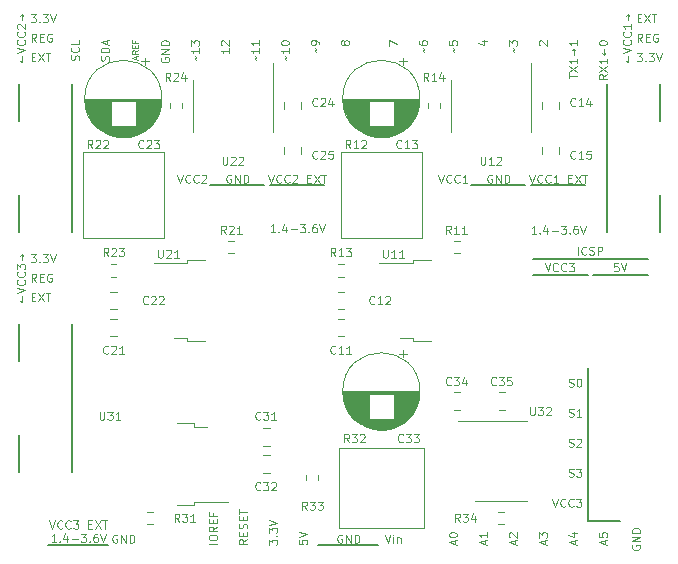
<source format=gbr>
%TF.GenerationSoftware,KiCad,Pcbnew,(6.0.10)*%
%TF.CreationDate,2023-03-19T11:26:14+01:00*%
%TF.ProjectId,arduino-level-shifter-shield,61726475-696e-46f2-9d6c-6576656c2d73,1*%
%TF.SameCoordinates,Original*%
%TF.FileFunction,Legend,Top*%
%TF.FilePolarity,Positive*%
%FSLAX46Y46*%
G04 Gerber Fmt 4.6, Leading zero omitted, Abs format (unit mm)*
G04 Created by KiCad (PCBNEW (6.0.10)) date 2023-03-19 11:26:14*
%MOMM*%
%LPD*%
G01*
G04 APERTURE LIST*
%ADD10C,0.150000*%
%ADD11C,0.100000*%
%ADD12C,0.120000*%
G04 APERTURE END LIST*
D10*
X44704000Y34544000D02*
X49276000Y34544000D01*
X44831000Y26924000D02*
X49530000Y26924000D01*
X17526000Y34544000D02*
X22098000Y34544000D01*
X26670000Y4064000D02*
X31750000Y4064000D01*
X49911000Y26924000D02*
X54610000Y26924000D01*
X49530000Y6096000D02*
X52197000Y6096000D01*
X39624000Y34544000D02*
X44196000Y34544000D01*
X3810000Y4064000D02*
X8890000Y4064000D01*
X44831000Y28321000D02*
X54610000Y28321000D01*
X22606000Y34544000D02*
X27178000Y34544000D01*
X49530000Y6096000D02*
X49530000Y19050000D01*
D11*
X38216666Y4135333D02*
X38216666Y4468666D01*
X38416666Y4068666D02*
X37716666Y4302000D01*
X38416666Y4535333D01*
X37716666Y4902000D02*
X37716666Y4968666D01*
X37750000Y5035333D01*
X37783333Y5068666D01*
X37850000Y5102000D01*
X37983333Y5135333D01*
X38150000Y5135333D01*
X38283333Y5102000D01*
X38350000Y5068666D01*
X38383333Y5035333D01*
X38416666Y4968666D01*
X38416666Y4902000D01*
X38383333Y4835333D01*
X38350000Y4802000D01*
X38283333Y4768666D01*
X38150000Y4735333D01*
X37983333Y4735333D01*
X37850000Y4768666D01*
X37783333Y4802000D01*
X37750000Y4835333D01*
X37716666Y4902000D01*
X45850333Y27942333D02*
X46083666Y27242333D01*
X46317000Y27942333D01*
X46950333Y27309000D02*
X46917000Y27275666D01*
X46817000Y27242333D01*
X46750333Y27242333D01*
X46650333Y27275666D01*
X46583666Y27342333D01*
X46550333Y27409000D01*
X46517000Y27542333D01*
X46517000Y27642333D01*
X46550333Y27775666D01*
X46583666Y27842333D01*
X46650333Y27909000D01*
X46750333Y27942333D01*
X46817000Y27942333D01*
X46917000Y27909000D01*
X46950333Y27875666D01*
X47650333Y27309000D02*
X47617000Y27275666D01*
X47517000Y27242333D01*
X47450333Y27242333D01*
X47350333Y27275666D01*
X47283666Y27342333D01*
X47250333Y27409000D01*
X47217000Y27542333D01*
X47217000Y27642333D01*
X47250333Y27775666D01*
X47283666Y27842333D01*
X47350333Y27909000D01*
X47450333Y27942333D01*
X47517000Y27942333D01*
X47617000Y27909000D01*
X47650333Y27875666D01*
X47883666Y27942333D02*
X48317000Y27942333D01*
X48083666Y27675666D01*
X48183666Y27675666D01*
X48250333Y27642333D01*
X48283666Y27609000D01*
X48317000Y27542333D01*
X48317000Y27375666D01*
X48283666Y27309000D01*
X48250333Y27275666D01*
X48183666Y27242333D01*
X47983666Y27242333D01*
X47917000Y27275666D01*
X47883666Y27309000D01*
X13366000Y45325000D02*
X13332666Y45258333D01*
X13332666Y45158333D01*
X13366000Y45058333D01*
X13432666Y44991666D01*
X13499333Y44958333D01*
X13632666Y44925000D01*
X13732666Y44925000D01*
X13866000Y44958333D01*
X13932666Y44991666D01*
X13999333Y45058333D01*
X14032666Y45158333D01*
X14032666Y45225000D01*
X13999333Y45325000D01*
X13966000Y45358333D01*
X13732666Y45358333D01*
X13732666Y45225000D01*
X14032666Y45658333D02*
X13332666Y45658333D01*
X14032666Y46058333D01*
X13332666Y46058333D01*
X14032666Y46391666D02*
X13332666Y46391666D01*
X13332666Y46558333D01*
X13366000Y46658333D01*
X13432666Y46725000D01*
X13499333Y46758333D01*
X13632666Y46791666D01*
X13732666Y46791666D01*
X13866000Y46758333D01*
X13932666Y46725000D01*
X13999333Y46658333D01*
X14032666Y46558333D01*
X14032666Y46391666D01*
X18096666Y4168666D02*
X17396666Y4168666D01*
X17396666Y4635333D02*
X17396666Y4768666D01*
X17430000Y4835333D01*
X17496666Y4902000D01*
X17630000Y4935333D01*
X17863333Y4935333D01*
X17996666Y4902000D01*
X18063333Y4835333D01*
X18096666Y4768666D01*
X18096666Y4635333D01*
X18063333Y4568666D01*
X17996666Y4502000D01*
X17863333Y4468666D01*
X17630000Y4468666D01*
X17496666Y4502000D01*
X17430000Y4568666D01*
X17396666Y4635333D01*
X18096666Y5635333D02*
X17763333Y5402000D01*
X18096666Y5235333D02*
X17396666Y5235333D01*
X17396666Y5502000D01*
X17430000Y5568666D01*
X17463333Y5602000D01*
X17530000Y5635333D01*
X17630000Y5635333D01*
X17696666Y5602000D01*
X17730000Y5568666D01*
X17763333Y5502000D01*
X17763333Y5235333D01*
X17730000Y5935333D02*
X17730000Y6168666D01*
X18096666Y6268666D02*
X18096666Y5935333D01*
X17396666Y5935333D01*
X17396666Y6268666D01*
X17730000Y6802000D02*
X17730000Y6568666D01*
X18096666Y6568666D02*
X17396666Y6568666D01*
X17396666Y6902000D01*
X47884000Y17496666D02*
X47984000Y17463333D01*
X48150666Y17463333D01*
X48217333Y17496666D01*
X48250666Y17530000D01*
X48284000Y17596666D01*
X48284000Y17663333D01*
X48250666Y17730000D01*
X48217333Y17763333D01*
X48150666Y17796666D01*
X48017333Y17830000D01*
X47950666Y17863333D01*
X47917333Y17896666D01*
X47884000Y17963333D01*
X47884000Y18030000D01*
X47917333Y18096666D01*
X47950666Y18130000D01*
X48017333Y18163333D01*
X48184000Y18163333D01*
X48284000Y18130000D01*
X48717333Y18163333D02*
X48784000Y18163333D01*
X48850666Y18130000D01*
X48884000Y18096666D01*
X48917333Y18030000D01*
X48950666Y17896666D01*
X48950666Y17730000D01*
X48917333Y17596666D01*
X48884000Y17530000D01*
X48850666Y17496666D01*
X48784000Y17463333D01*
X48717333Y17463333D01*
X48650666Y17496666D01*
X48617333Y17530000D01*
X48584000Y17596666D01*
X48550666Y17730000D01*
X48550666Y17896666D01*
X48584000Y18030000D01*
X48617333Y18096666D01*
X48650666Y18130000D01*
X48717333Y18163333D01*
X43296666Y4135333D02*
X43296666Y4468666D01*
X43496666Y4068666D02*
X42796666Y4302000D01*
X43496666Y4535333D01*
X42863333Y4735333D02*
X42830000Y4768666D01*
X42796666Y4835333D01*
X42796666Y5002000D01*
X42830000Y5068666D01*
X42863333Y5102000D01*
X42930000Y5135333D01*
X42996666Y5135333D01*
X43096666Y5102000D01*
X43496666Y4702000D01*
X43496666Y5135333D01*
X16306000Y45158333D02*
X16272666Y45191666D01*
X16239333Y45258333D01*
X16306000Y45391666D01*
X16272666Y45458333D01*
X16239333Y45491666D01*
X16572666Y46125000D02*
X16572666Y45725000D01*
X16572666Y45925000D02*
X15872666Y45925000D01*
X15972666Y45858333D01*
X16039333Y45791666D01*
X16072666Y45725000D01*
X15872666Y46358333D02*
X15872666Y46791666D01*
X16139333Y46558333D01*
X16139333Y46658333D01*
X16172666Y46725000D01*
X16206000Y46758333D01*
X16272666Y46791666D01*
X16439333Y46791666D01*
X16506000Y46758333D01*
X16539333Y46725000D01*
X16572666Y46658333D01*
X16572666Y46458333D01*
X16539333Y46391666D01*
X16506000Y46358333D01*
X2324000Y28704333D02*
X2757333Y28704333D01*
X2524000Y28437666D01*
X2624000Y28437666D01*
X2690666Y28404333D01*
X2724000Y28371000D01*
X2757333Y28304333D01*
X2757333Y28137666D01*
X2724000Y28071000D01*
X2690666Y28037666D01*
X2624000Y28004333D01*
X2424000Y28004333D01*
X2357333Y28037666D01*
X2324000Y28071000D01*
X3057333Y28071000D02*
X3090666Y28037666D01*
X3057333Y28004333D01*
X3024000Y28037666D01*
X3057333Y28071000D01*
X3057333Y28004333D01*
X3324000Y28704333D02*
X3757333Y28704333D01*
X3524000Y28437666D01*
X3624000Y28437666D01*
X3690666Y28404333D01*
X3724000Y28371000D01*
X3757333Y28304333D01*
X3757333Y28137666D01*
X3724000Y28071000D01*
X3690666Y28037666D01*
X3624000Y28004333D01*
X3424000Y28004333D01*
X3357333Y28037666D01*
X3324000Y28071000D01*
X3957333Y28704333D02*
X4190666Y28004333D01*
X4424000Y28704333D01*
X22476666Y4102000D02*
X22476666Y4535333D01*
X22743333Y4302000D01*
X22743333Y4402000D01*
X22776666Y4468666D01*
X22810000Y4502000D01*
X22876666Y4535333D01*
X23043333Y4535333D01*
X23110000Y4502000D01*
X23143333Y4468666D01*
X23176666Y4402000D01*
X23176666Y4202000D01*
X23143333Y4135333D01*
X23110000Y4102000D01*
X23110000Y4835333D02*
X23143333Y4868666D01*
X23176666Y4835333D01*
X23143333Y4802000D01*
X23110000Y4835333D01*
X23176666Y4835333D01*
X22476666Y5102000D02*
X22476666Y5535333D01*
X22743333Y5302000D01*
X22743333Y5402000D01*
X22776666Y5468666D01*
X22810000Y5502000D01*
X22876666Y5535333D01*
X23043333Y5535333D01*
X23110000Y5502000D01*
X23143333Y5468666D01*
X23176666Y5402000D01*
X23176666Y5202000D01*
X23143333Y5135333D01*
X23110000Y5102000D01*
X22476666Y5735333D02*
X23176666Y5968666D01*
X22476666Y6202000D01*
X2790666Y26353333D02*
X2557333Y26686666D01*
X2390666Y26353333D02*
X2390666Y27053333D01*
X2657333Y27053333D01*
X2724000Y27020000D01*
X2757333Y26986666D01*
X2790666Y26920000D01*
X2790666Y26820000D01*
X2757333Y26753333D01*
X2724000Y26720000D01*
X2657333Y26686666D01*
X2390666Y26686666D01*
X3090666Y26720000D02*
X3324000Y26720000D01*
X3424000Y26353333D02*
X3090666Y26353333D01*
X3090666Y27053333D01*
X3424000Y27053333D01*
X4090666Y27020000D02*
X4023999Y27053333D01*
X3923999Y27053333D01*
X3823999Y27020000D01*
X3757333Y26953333D01*
X3724000Y26886666D01*
X3690666Y26753333D01*
X3690666Y26653333D01*
X3724000Y26520000D01*
X3757333Y26453333D01*
X3823999Y26386666D01*
X3923999Y26353333D01*
X3990666Y26353333D01*
X4090666Y26386666D01*
X4123999Y26420000D01*
X4123999Y26653333D01*
X3990666Y26653333D01*
X47884000Y9876666D02*
X47984000Y9843333D01*
X48150666Y9843333D01*
X48217333Y9876666D01*
X48250666Y9910000D01*
X48284000Y9976666D01*
X48284000Y10043333D01*
X48250666Y10110000D01*
X48217333Y10143333D01*
X48150666Y10176666D01*
X48017333Y10210000D01*
X47950666Y10243333D01*
X47917333Y10276666D01*
X47884000Y10343333D01*
X47884000Y10410000D01*
X47917333Y10476666D01*
X47950666Y10510000D01*
X48017333Y10543333D01*
X48184000Y10543333D01*
X48284000Y10510000D01*
X48517333Y10543333D02*
X48950666Y10543333D01*
X48717333Y10276666D01*
X48817333Y10276666D01*
X48884000Y10243333D01*
X48917333Y10210000D01*
X48950666Y10143333D01*
X48950666Y9976666D01*
X48917333Y9910000D01*
X48884000Y9876666D01*
X48817333Y9843333D01*
X48617333Y9843333D01*
X48550666Y9876666D01*
X48517333Y9910000D01*
X47884000Y12416666D02*
X47984000Y12383333D01*
X48150666Y12383333D01*
X48217333Y12416666D01*
X48250666Y12450000D01*
X48284000Y12516666D01*
X48284000Y12583333D01*
X48250666Y12650000D01*
X48217333Y12683333D01*
X48150666Y12716666D01*
X48017333Y12750000D01*
X47950666Y12783333D01*
X47917333Y12816666D01*
X47884000Y12883333D01*
X47884000Y12950000D01*
X47917333Y13016666D01*
X47950666Y13050000D01*
X48017333Y13083333D01*
X48184000Y13083333D01*
X48284000Y13050000D01*
X48550666Y13016666D02*
X48584000Y13050000D01*
X48650666Y13083333D01*
X48817333Y13083333D01*
X48884000Y13050000D01*
X48917333Y13016666D01*
X48950666Y12950000D01*
X48950666Y12883333D01*
X48917333Y12783333D01*
X48517333Y12383333D01*
X48950666Y12383333D01*
X48623666Y28639333D02*
X48623666Y29339333D01*
X49357000Y28706000D02*
X49323666Y28672666D01*
X49223666Y28639333D01*
X49157000Y28639333D01*
X49057000Y28672666D01*
X48990333Y28739333D01*
X48957000Y28806000D01*
X48923666Y28939333D01*
X48923666Y29039333D01*
X48957000Y29172666D01*
X48990333Y29239333D01*
X49057000Y29306000D01*
X49157000Y29339333D01*
X49223666Y29339333D01*
X49323666Y29306000D01*
X49357000Y29272666D01*
X49623666Y28672666D02*
X49723666Y28639333D01*
X49890333Y28639333D01*
X49957000Y28672666D01*
X49990333Y28706000D01*
X50023666Y28772666D01*
X50023666Y28839333D01*
X49990333Y28906000D01*
X49957000Y28939333D01*
X49890333Y28972666D01*
X49757000Y29006000D01*
X49690333Y29039333D01*
X49657000Y29072666D01*
X49623666Y29139333D01*
X49623666Y29206000D01*
X49657000Y29272666D01*
X49690333Y29306000D01*
X49757000Y29339333D01*
X49923666Y29339333D01*
X50023666Y29306000D01*
X50323666Y28639333D02*
X50323666Y29339333D01*
X50590333Y29339333D01*
X50657000Y29306000D01*
X50690333Y29272666D01*
X50723666Y29206000D01*
X50723666Y29106000D01*
X50690333Y29039333D01*
X50657000Y29006000D01*
X50590333Y28972666D01*
X50323666Y28972666D01*
X48376666Y4135333D02*
X48376666Y4468666D01*
X48576666Y4068666D02*
X47876666Y4302000D01*
X48576666Y4535333D01*
X48110000Y5068666D02*
X48576666Y5068666D01*
X47843333Y4902000D02*
X48343333Y4735333D01*
X48343333Y5168666D01*
X54098666Y46673333D02*
X53865333Y47006666D01*
X53698666Y46673333D02*
X53698666Y47373333D01*
X53965333Y47373333D01*
X54032000Y47340000D01*
X54065333Y47306666D01*
X54098666Y47240000D01*
X54098666Y47140000D01*
X54065333Y47073333D01*
X54032000Y47040000D01*
X53965333Y47006666D01*
X53698666Y47006666D01*
X54398666Y47040000D02*
X54632000Y47040000D01*
X54732000Y46673333D02*
X54398666Y46673333D01*
X54398666Y47373333D01*
X54732000Y47373333D01*
X55398666Y47340000D02*
X55332000Y47373333D01*
X55232000Y47373333D01*
X55132000Y47340000D01*
X55065333Y47273333D01*
X55032000Y47206666D01*
X54998666Y47073333D01*
X54998666Y46973333D01*
X55032000Y46840000D01*
X55065333Y46773333D01*
X55132000Y46706666D01*
X55232000Y46673333D01*
X55298666Y46673333D01*
X55398666Y46706666D01*
X55432000Y46740000D01*
X55432000Y46973333D01*
X55298666Y46973333D01*
X6379333Y45125000D02*
X6412666Y45225000D01*
X6412666Y45391666D01*
X6379333Y45458333D01*
X6346000Y45491666D01*
X6279333Y45525000D01*
X6212666Y45525000D01*
X6146000Y45491666D01*
X6112666Y45458333D01*
X6079333Y45391666D01*
X6046000Y45258333D01*
X6012666Y45191666D01*
X5979333Y45158333D01*
X5912666Y45125000D01*
X5846000Y45125000D01*
X5779333Y45158333D01*
X5746000Y45191666D01*
X5712666Y45258333D01*
X5712666Y45425000D01*
X5746000Y45525000D01*
X6346000Y46225000D02*
X6379333Y46191666D01*
X6412666Y46091666D01*
X6412666Y46025000D01*
X6379333Y45925000D01*
X6312666Y45858333D01*
X6246000Y45825000D01*
X6112666Y45791666D01*
X6012666Y45791666D01*
X5879333Y45825000D01*
X5812666Y45858333D01*
X5746000Y45925000D01*
X5712666Y46025000D01*
X5712666Y46091666D01*
X5746000Y46191666D01*
X5779333Y46225000D01*
X6412666Y46858333D02*
X6412666Y46525000D01*
X5712666Y46525000D01*
X1574000Y25170000D02*
X1573999Y24636666D01*
X1707333Y24770000D02*
X1573999Y24636666D01*
X1440666Y24770000D01*
X1140666Y25403333D02*
X1840666Y25636666D01*
X1140666Y25870000D01*
X1774000Y26503333D02*
X1807333Y26470000D01*
X1840666Y26370000D01*
X1840666Y26303333D01*
X1807333Y26203333D01*
X1740666Y26136666D01*
X1674000Y26103333D01*
X1540666Y26070000D01*
X1440666Y26070000D01*
X1307333Y26103333D01*
X1240666Y26136666D01*
X1174000Y26203333D01*
X1140666Y26303333D01*
X1140666Y26370000D01*
X1174000Y26470000D01*
X1207333Y26503333D01*
X1774000Y27203333D02*
X1807333Y27170000D01*
X1840666Y27070000D01*
X1840666Y27003333D01*
X1807333Y26903333D01*
X1740666Y26836666D01*
X1674000Y26803333D01*
X1540666Y26770000D01*
X1440666Y26770000D01*
X1307333Y26803333D01*
X1240666Y26836666D01*
X1174000Y26903333D01*
X1140666Y27003333D01*
X1140666Y27070000D01*
X1174000Y27170000D01*
X1207333Y27203333D01*
X1140666Y27436666D02*
X1140666Y27870000D01*
X1407333Y27636666D01*
X1407333Y27736666D01*
X1440666Y27803333D01*
X1474000Y27836666D01*
X1540666Y27870000D01*
X1707333Y27870000D01*
X1774000Y27836666D01*
X1807333Y27803333D01*
X1840666Y27736666D01*
X1840666Y27536666D01*
X1807333Y27470000D01*
X1774000Y27436666D01*
X1574000Y28170000D02*
X1574000Y28703333D01*
X1707333Y28570000D02*
X1574000Y28703333D01*
X1440666Y28570000D01*
X28872666Y46525000D02*
X28839333Y46458333D01*
X28806000Y46425000D01*
X28739333Y46391666D01*
X28706000Y46391666D01*
X28639333Y46425000D01*
X28606000Y46458333D01*
X28572666Y46525000D01*
X28572666Y46658333D01*
X28606000Y46725000D01*
X28639333Y46758333D01*
X28706000Y46791666D01*
X28739333Y46791666D01*
X28806000Y46758333D01*
X28839333Y46725000D01*
X28872666Y46658333D01*
X28872666Y46525000D01*
X28906000Y46458333D01*
X28939333Y46425000D01*
X29006000Y46391666D01*
X29139333Y46391666D01*
X29206000Y46425000D01*
X29239333Y46458333D01*
X29272666Y46525000D01*
X29272666Y46658333D01*
X29239333Y46725000D01*
X29206000Y46758333D01*
X29139333Y46791666D01*
X29006000Y46791666D01*
X28939333Y46758333D01*
X28906000Y46725000D01*
X28872666Y46658333D01*
X52063666Y27942333D02*
X51730333Y27942333D01*
X51697000Y27609000D01*
X51730333Y27642333D01*
X51797000Y27675666D01*
X51963666Y27675666D01*
X52030333Y27642333D01*
X52063666Y27609000D01*
X52097000Y27542333D01*
X52097000Y27375666D01*
X52063666Y27309000D01*
X52030333Y27275666D01*
X51963666Y27242333D01*
X51797000Y27242333D01*
X51730333Y27275666D01*
X51697000Y27309000D01*
X52297000Y27942333D02*
X52530333Y27242333D01*
X52763666Y27942333D01*
X45123333Y30417333D02*
X44723333Y30417333D01*
X44923333Y30417333D02*
X44923333Y31117333D01*
X44856666Y31017333D01*
X44790000Y30950666D01*
X44723333Y30917333D01*
X45423333Y30484000D02*
X45456666Y30450666D01*
X45423333Y30417333D01*
X45390000Y30450666D01*
X45423333Y30484000D01*
X45423333Y30417333D01*
X46056666Y30884000D02*
X46056666Y30417333D01*
X45890000Y31150666D02*
X45723333Y30650666D01*
X46156666Y30650666D01*
X46423333Y30684000D02*
X46956666Y30684000D01*
X47223333Y31117333D02*
X47656666Y31117333D01*
X47423333Y30850666D01*
X47523333Y30850666D01*
X47590000Y30817333D01*
X47623333Y30784000D01*
X47656666Y30717333D01*
X47656666Y30550666D01*
X47623333Y30484000D01*
X47590000Y30450666D01*
X47523333Y30417333D01*
X47323333Y30417333D01*
X47256666Y30450666D01*
X47223333Y30484000D01*
X47956666Y30484000D02*
X47990000Y30450666D01*
X47956666Y30417333D01*
X47923333Y30450666D01*
X47956666Y30484000D01*
X47956666Y30417333D01*
X48590000Y31117333D02*
X48456666Y31117333D01*
X48390000Y31084000D01*
X48356666Y31050666D01*
X48290000Y30950666D01*
X48256666Y30817333D01*
X48256666Y30550666D01*
X48290000Y30484000D01*
X48323333Y30450666D01*
X48390000Y30417333D01*
X48523333Y30417333D01*
X48590000Y30450666D01*
X48623333Y30484000D01*
X48656666Y30550666D01*
X48656666Y30717333D01*
X48623333Y30784000D01*
X48590000Y30817333D01*
X48523333Y30850666D01*
X48390000Y30850666D01*
X48323333Y30817333D01*
X48290000Y30784000D01*
X48256666Y30717333D01*
X48856666Y31117333D02*
X49090000Y30417333D01*
X49323333Y31117333D01*
X44540000Y35435333D02*
X44773333Y34735333D01*
X45006666Y35435333D01*
X45640000Y34802000D02*
X45606666Y34768666D01*
X45506666Y34735333D01*
X45440000Y34735333D01*
X45340000Y34768666D01*
X45273333Y34835333D01*
X45240000Y34902000D01*
X45206666Y35035333D01*
X45206666Y35135333D01*
X45240000Y35268666D01*
X45273333Y35335333D01*
X45340000Y35402000D01*
X45440000Y35435333D01*
X45506666Y35435333D01*
X45606666Y35402000D01*
X45640000Y35368666D01*
X46340000Y34802000D02*
X46306666Y34768666D01*
X46206666Y34735333D01*
X46140000Y34735333D01*
X46040000Y34768666D01*
X45973333Y34835333D01*
X45940000Y34902000D01*
X45906666Y35035333D01*
X45906666Y35135333D01*
X45940000Y35268666D01*
X45973333Y35335333D01*
X46040000Y35402000D01*
X46140000Y35435333D01*
X46206666Y35435333D01*
X46306666Y35402000D01*
X46340000Y35368666D01*
X47006666Y34735333D02*
X46606666Y34735333D01*
X46806666Y34735333D02*
X46806666Y35435333D01*
X46740000Y35335333D01*
X46673333Y35268666D01*
X46606666Y35235333D01*
X47840000Y35102000D02*
X48073333Y35102000D01*
X48173333Y34735333D02*
X47840000Y34735333D01*
X47840000Y35435333D01*
X48173333Y35435333D01*
X48406666Y35435333D02*
X48873333Y34735333D01*
X48873333Y35435333D02*
X48406666Y34735333D01*
X49040000Y35435333D02*
X49440000Y35435333D01*
X49240000Y34735333D02*
X49240000Y35435333D01*
X23926000Y45158333D02*
X23892666Y45191666D01*
X23859333Y45258333D01*
X23926000Y45391666D01*
X23892666Y45458333D01*
X23859333Y45491666D01*
X24192666Y46125000D02*
X24192666Y45725000D01*
X24192666Y45925000D02*
X23492666Y45925000D01*
X23592666Y45858333D01*
X23659333Y45791666D01*
X23692666Y45725000D01*
X23492666Y46558333D02*
X23492666Y46625000D01*
X23526000Y46691666D01*
X23559333Y46725000D01*
X23626000Y46758333D01*
X23759333Y46791666D01*
X23926000Y46791666D01*
X24059333Y46758333D01*
X24126000Y46725000D01*
X24159333Y46691666D01*
X24192666Y46625000D01*
X24192666Y46558333D01*
X24159333Y46491666D01*
X24126000Y46458333D01*
X24059333Y46425000D01*
X23926000Y46391666D01*
X23759333Y46391666D01*
X23626000Y46425000D01*
X23559333Y46458333D01*
X23526000Y46491666D01*
X23492666Y46558333D01*
X20636666Y4568666D02*
X20303333Y4335333D01*
X20636666Y4168666D02*
X19936666Y4168666D01*
X19936666Y4435333D01*
X19970000Y4502000D01*
X20003333Y4535333D01*
X20070000Y4568666D01*
X20170000Y4568666D01*
X20236666Y4535333D01*
X20270000Y4502000D01*
X20303333Y4435333D01*
X20303333Y4168666D01*
X20270000Y4868666D02*
X20270000Y5102000D01*
X20636666Y5202000D02*
X20636666Y4868666D01*
X19936666Y4868666D01*
X19936666Y5202000D01*
X20603333Y5468666D02*
X20636666Y5568666D01*
X20636666Y5735333D01*
X20603333Y5802000D01*
X20570000Y5835333D01*
X20503333Y5868666D01*
X20436666Y5868666D01*
X20370000Y5835333D01*
X20336666Y5802000D01*
X20303333Y5735333D01*
X20270000Y5602000D01*
X20236666Y5535333D01*
X20203333Y5502000D01*
X20136666Y5468666D01*
X20070000Y5468666D01*
X20003333Y5502000D01*
X19970000Y5535333D01*
X19936666Y5602000D01*
X19936666Y5768666D01*
X19970000Y5868666D01*
X20270000Y6168666D02*
X20270000Y6402000D01*
X20636666Y6502000D02*
X20636666Y6168666D01*
X19936666Y6168666D01*
X19936666Y6502000D01*
X19936666Y6702000D02*
X19936666Y7102000D01*
X20636666Y6902000D02*
X19936666Y6902000D01*
X8919333Y45091666D02*
X8952666Y45191666D01*
X8952666Y45358333D01*
X8919333Y45425000D01*
X8886000Y45458333D01*
X8819333Y45491666D01*
X8752666Y45491666D01*
X8686000Y45458333D01*
X8652666Y45425000D01*
X8619333Y45358333D01*
X8586000Y45225000D01*
X8552666Y45158333D01*
X8519333Y45125000D01*
X8452666Y45091666D01*
X8386000Y45091666D01*
X8319333Y45125000D01*
X8286000Y45158333D01*
X8252666Y45225000D01*
X8252666Y45391666D01*
X8286000Y45491666D01*
X8952666Y45791666D02*
X8252666Y45791666D01*
X8252666Y45958333D01*
X8286000Y46058333D01*
X8352666Y46125000D01*
X8419333Y46158333D01*
X8552666Y46191666D01*
X8652666Y46191666D01*
X8786000Y46158333D01*
X8852666Y46125000D01*
X8919333Y46058333D01*
X8952666Y45958333D01*
X8952666Y45791666D01*
X8752666Y46458333D02*
X8752666Y46791666D01*
X8952666Y46391666D02*
X8252666Y46625000D01*
X8952666Y46858333D01*
X47876666Y43591666D02*
X47876666Y43991666D01*
X48576666Y43791666D02*
X47876666Y43791666D01*
X47876666Y44158333D02*
X48576666Y44625000D01*
X47876666Y44625000D02*
X48576666Y44158333D01*
X48576666Y45258333D02*
X48576666Y44858333D01*
X48576666Y45058333D02*
X47876666Y45058333D01*
X47976666Y44991666D01*
X48043333Y44925000D01*
X48076666Y44858333D01*
X48310000Y45558333D02*
X48310000Y46091666D01*
X48443333Y45958333D02*
X48310000Y46091666D01*
X48176666Y45958333D01*
X48576666Y46791666D02*
X48576666Y46391666D01*
X48576666Y46591666D02*
X47876666Y46591666D01*
X47976666Y46525000D01*
X48043333Y46458333D01*
X48076666Y46391666D01*
X47884000Y14956666D02*
X47984000Y14923333D01*
X48150666Y14923333D01*
X48217333Y14956666D01*
X48250666Y14990000D01*
X48284000Y15056666D01*
X48284000Y15123333D01*
X48250666Y15190000D01*
X48217333Y15223333D01*
X48150666Y15256666D01*
X48017333Y15290000D01*
X47950666Y15323333D01*
X47917333Y15356666D01*
X47884000Y15423333D01*
X47884000Y15490000D01*
X47917333Y15556666D01*
X47950666Y15590000D01*
X48017333Y15623333D01*
X48184000Y15623333D01*
X48284000Y15590000D01*
X48950666Y14923333D02*
X48550666Y14923333D01*
X48750666Y14923333D02*
X48750666Y15623333D01*
X48684000Y15523333D01*
X48617333Y15456666D01*
X48550666Y15423333D01*
X52882000Y45490000D02*
X52882000Y44956666D01*
X53015333Y45090000D02*
X52882000Y44956666D01*
X52748666Y45090000D01*
X52448666Y45723333D02*
X53148666Y45956666D01*
X52448666Y46190000D01*
X53082000Y46823333D02*
X53115333Y46790000D01*
X53148666Y46690000D01*
X53148666Y46623333D01*
X53115333Y46523333D01*
X53048666Y46456666D01*
X52982000Y46423333D01*
X52848666Y46390000D01*
X52748666Y46390000D01*
X52615333Y46423333D01*
X52548666Y46456666D01*
X52482000Y46523333D01*
X52448666Y46623333D01*
X52448666Y46690000D01*
X52482000Y46790000D01*
X52515333Y46823333D01*
X53082000Y47523333D02*
X53115333Y47490000D01*
X53148666Y47390000D01*
X53148666Y47323333D01*
X53115333Y47223333D01*
X53048666Y47156666D01*
X52982000Y47123333D01*
X52848666Y47090000D01*
X52748666Y47090000D01*
X52615333Y47123333D01*
X52548666Y47156666D01*
X52482000Y47223333D01*
X52448666Y47323333D01*
X52448666Y47390000D01*
X52482000Y47490000D01*
X52515333Y47523333D01*
X53148666Y48190000D02*
X53148666Y47790000D01*
X53148666Y47990000D02*
X52448666Y47990000D01*
X52548666Y47923333D01*
X52615333Y47856666D01*
X52648666Y47790000D01*
X52882000Y48490000D02*
X52882000Y49023333D01*
X53015333Y48890000D02*
X52882000Y49023333D01*
X52748666Y48890000D01*
X2390666Y25069000D02*
X2624000Y25069000D01*
X2724000Y24702333D02*
X2390666Y24702333D01*
X2390666Y25402333D01*
X2724000Y25402333D01*
X2957333Y25402333D02*
X3424000Y24702333D01*
X3424000Y25402333D02*
X2957333Y24702333D01*
X3590666Y25402333D02*
X3990666Y25402333D01*
X3790666Y24702333D02*
X3790666Y25402333D01*
X2790666Y46673333D02*
X2557333Y47006666D01*
X2390666Y46673333D02*
X2390666Y47373333D01*
X2657333Y47373333D01*
X2724000Y47340000D01*
X2757333Y47306666D01*
X2790666Y47240000D01*
X2790666Y47140000D01*
X2757333Y47073333D01*
X2724000Y47040000D01*
X2657333Y47006666D01*
X2390666Y47006666D01*
X3090666Y47040000D02*
X3324000Y47040000D01*
X3424000Y46673333D02*
X3090666Y46673333D01*
X3090666Y47373333D01*
X3424000Y47373333D01*
X4090666Y47340000D02*
X4023999Y47373333D01*
X3923999Y47373333D01*
X3823999Y47340000D01*
X3757333Y47273333D01*
X3724000Y47206666D01*
X3690666Y47073333D01*
X3690666Y46973333D01*
X3724000Y46840000D01*
X3757333Y46773333D01*
X3823999Y46706666D01*
X3923999Y46673333D01*
X3990666Y46673333D01*
X4090666Y46706666D01*
X4123999Y46740000D01*
X4123999Y46973333D01*
X3990666Y46973333D01*
X50916666Y4135333D02*
X50916666Y4468666D01*
X51116666Y4068666D02*
X50416666Y4302000D01*
X51116666Y4535333D01*
X50416666Y5102000D02*
X50416666Y4768666D01*
X50750000Y4735333D01*
X50716666Y4768666D01*
X50683333Y4835333D01*
X50683333Y5002000D01*
X50716666Y5068666D01*
X50750000Y5102000D01*
X50816666Y5135333D01*
X50983333Y5135333D01*
X51050000Y5102000D01*
X51083333Y5068666D01*
X51116666Y5002000D01*
X51116666Y4835333D01*
X51083333Y4768666D01*
X51050000Y4735333D01*
X25016666Y4502000D02*
X25016666Y4168666D01*
X25350000Y4135333D01*
X25316666Y4168666D01*
X25283333Y4235333D01*
X25283333Y4402000D01*
X25316666Y4468666D01*
X25350000Y4502000D01*
X25416666Y4535333D01*
X25583333Y4535333D01*
X25650000Y4502000D01*
X25683333Y4468666D01*
X25716666Y4402000D01*
X25716666Y4235333D01*
X25683333Y4168666D01*
X25650000Y4135333D01*
X25016666Y4735333D02*
X25716666Y4968666D01*
X25016666Y5202000D01*
X19112666Y46125000D02*
X19112666Y45725000D01*
X19112666Y45925000D02*
X18412666Y45925000D01*
X18512666Y45858333D01*
X18579333Y45791666D01*
X18612666Y45725000D01*
X18479333Y46391666D02*
X18446000Y46425000D01*
X18412666Y46491666D01*
X18412666Y46658333D01*
X18446000Y46725000D01*
X18479333Y46758333D01*
X18546000Y46791666D01*
X18612666Y46791666D01*
X18712666Y46758333D01*
X19112666Y46358333D01*
X19112666Y46791666D01*
X43230000Y45825000D02*
X43196666Y45858333D01*
X43163333Y45925000D01*
X43230000Y46058333D01*
X43196666Y46125000D01*
X43163333Y46158333D01*
X42796666Y46358333D02*
X42796666Y46791666D01*
X43063333Y46558333D01*
X43063333Y46658333D01*
X43096666Y46725000D01*
X43130000Y46758333D01*
X43196666Y46791666D01*
X43363333Y46791666D01*
X43430000Y46758333D01*
X43463333Y46725000D01*
X43496666Y46658333D01*
X43496666Y46458333D01*
X43463333Y46391666D01*
X43430000Y46358333D01*
X14735333Y35435333D02*
X14968666Y34735333D01*
X15202000Y35435333D01*
X15835333Y34802000D02*
X15802000Y34768666D01*
X15702000Y34735333D01*
X15635333Y34735333D01*
X15535333Y34768666D01*
X15468666Y34835333D01*
X15435333Y34902000D01*
X15402000Y35035333D01*
X15402000Y35135333D01*
X15435333Y35268666D01*
X15468666Y35335333D01*
X15535333Y35402000D01*
X15635333Y35435333D01*
X15702000Y35435333D01*
X15802000Y35402000D01*
X15835333Y35368666D01*
X16535333Y34802000D02*
X16502000Y34768666D01*
X16402000Y34735333D01*
X16335333Y34735333D01*
X16235333Y34768666D01*
X16168666Y34835333D01*
X16135333Y34902000D01*
X16102000Y35035333D01*
X16102000Y35135333D01*
X16135333Y35268666D01*
X16168666Y35335333D01*
X16235333Y35402000D01*
X16335333Y35435333D01*
X16402000Y35435333D01*
X16502000Y35402000D01*
X16535333Y35368666D01*
X16802000Y35368666D02*
X16835333Y35402000D01*
X16902000Y35435333D01*
X17068666Y35435333D01*
X17135333Y35402000D01*
X17168666Y35368666D01*
X17202000Y35302000D01*
X17202000Y35235333D01*
X17168666Y35135333D01*
X16768666Y34735333D01*
X17202000Y34735333D01*
X51116666Y43925000D02*
X50783333Y43691666D01*
X51116666Y43525000D02*
X50416666Y43525000D01*
X50416666Y43791666D01*
X50450000Y43858333D01*
X50483333Y43891666D01*
X50550000Y43925000D01*
X50650000Y43925000D01*
X50716666Y43891666D01*
X50750000Y43858333D01*
X50783333Y43791666D01*
X50783333Y43525000D01*
X50416666Y44158333D02*
X51116666Y44625000D01*
X50416666Y44625000D02*
X51116666Y44158333D01*
X51116666Y45258333D02*
X51116666Y44858333D01*
X51116666Y45058333D02*
X50416666Y45058333D01*
X50516666Y44991666D01*
X50583333Y44925000D01*
X50616666Y44858333D01*
X50850000Y46091666D02*
X50850000Y45558333D01*
X50983333Y45691666D02*
X50850000Y45558333D01*
X50716666Y45691666D01*
X50416666Y46558333D02*
X50416666Y46625000D01*
X50450000Y46691666D01*
X50483333Y46725000D01*
X50550000Y46758333D01*
X50683333Y46791666D01*
X50850000Y46791666D01*
X50983333Y46758333D01*
X51050000Y46725000D01*
X51083333Y46691666D01*
X51116666Y46625000D01*
X51116666Y46558333D01*
X51083333Y46491666D01*
X51050000Y46458333D01*
X50983333Y46425000D01*
X50850000Y46391666D01*
X50683333Y46391666D01*
X50550000Y46425000D01*
X50483333Y46458333D01*
X50450000Y46491666D01*
X50416666Y46558333D01*
X23025333Y30544333D02*
X22625333Y30544333D01*
X22825333Y30544333D02*
X22825333Y31244333D01*
X22758666Y31144333D01*
X22692000Y31077666D01*
X22625333Y31044333D01*
X23325333Y30611000D02*
X23358666Y30577666D01*
X23325333Y30544333D01*
X23292000Y30577666D01*
X23325333Y30611000D01*
X23325333Y30544333D01*
X23958666Y31011000D02*
X23958666Y30544333D01*
X23792000Y31277666D02*
X23625333Y30777666D01*
X24058666Y30777666D01*
X24325333Y30811000D02*
X24858666Y30811000D01*
X25125333Y31244333D02*
X25558666Y31244333D01*
X25325333Y30977666D01*
X25425333Y30977666D01*
X25492000Y30944333D01*
X25525333Y30911000D01*
X25558666Y30844333D01*
X25558666Y30677666D01*
X25525333Y30611000D01*
X25492000Y30577666D01*
X25425333Y30544333D01*
X25225333Y30544333D01*
X25158666Y30577666D01*
X25125333Y30611000D01*
X25858666Y30611000D02*
X25892000Y30577666D01*
X25858666Y30544333D01*
X25825333Y30577666D01*
X25858666Y30611000D01*
X25858666Y30544333D01*
X26492000Y31244333D02*
X26358666Y31244333D01*
X26292000Y31211000D01*
X26258666Y31177666D01*
X26192000Y31077666D01*
X26158666Y30944333D01*
X26158666Y30677666D01*
X26192000Y30611000D01*
X26225333Y30577666D01*
X26292000Y30544333D01*
X26425333Y30544333D01*
X26492000Y30577666D01*
X26525333Y30611000D01*
X26558666Y30677666D01*
X26558666Y30844333D01*
X26525333Y30911000D01*
X26492000Y30944333D01*
X26425333Y30977666D01*
X26292000Y30977666D01*
X26225333Y30944333D01*
X26192000Y30911000D01*
X26158666Y30844333D01*
X26758666Y31244333D02*
X26992000Y30544333D01*
X27225333Y31244333D01*
X36833333Y35435333D02*
X37066666Y34735333D01*
X37300000Y35435333D01*
X37933333Y34802000D02*
X37900000Y34768666D01*
X37800000Y34735333D01*
X37733333Y34735333D01*
X37633333Y34768666D01*
X37566666Y34835333D01*
X37533333Y34902000D01*
X37500000Y35035333D01*
X37500000Y35135333D01*
X37533333Y35268666D01*
X37566666Y35335333D01*
X37633333Y35402000D01*
X37733333Y35435333D01*
X37800000Y35435333D01*
X37900000Y35402000D01*
X37933333Y35368666D01*
X38633333Y34802000D02*
X38600000Y34768666D01*
X38500000Y34735333D01*
X38433333Y34735333D01*
X38333333Y34768666D01*
X38266666Y34835333D01*
X38233333Y34902000D01*
X38200000Y35035333D01*
X38200000Y35135333D01*
X38233333Y35268666D01*
X38266666Y35335333D01*
X38333333Y35402000D01*
X38433333Y35435333D01*
X38500000Y35435333D01*
X38600000Y35402000D01*
X38633333Y35368666D01*
X39300000Y34735333D02*
X38900000Y34735333D01*
X39100000Y34735333D02*
X39100000Y35435333D01*
X39033333Y35335333D01*
X38966666Y35268666D01*
X38900000Y35235333D01*
X19278666Y35402000D02*
X19212000Y35435333D01*
X19112000Y35435333D01*
X19012000Y35402000D01*
X18945333Y35335333D01*
X18912000Y35268666D01*
X18878666Y35135333D01*
X18878666Y35035333D01*
X18912000Y34902000D01*
X18945333Y34835333D01*
X19012000Y34768666D01*
X19112000Y34735333D01*
X19178666Y34735333D01*
X19278666Y34768666D01*
X19312000Y34802000D01*
X19312000Y35035333D01*
X19178666Y35035333D01*
X19612000Y34735333D02*
X19612000Y35435333D01*
X20012000Y34735333D01*
X20012000Y35435333D01*
X20345333Y34735333D02*
X20345333Y35435333D01*
X20512000Y35435333D01*
X20612000Y35402000D01*
X20678666Y35335333D01*
X20712000Y35268666D01*
X20745333Y35135333D01*
X20745333Y35035333D01*
X20712000Y34902000D01*
X20678666Y34835333D01*
X20612000Y34768666D01*
X20512000Y34735333D01*
X20345333Y34735333D01*
X3900000Y6153833D02*
X4133333Y5453833D01*
X4366666Y6153833D01*
X5000000Y5520500D02*
X4966666Y5487166D01*
X4866666Y5453833D01*
X4800000Y5453833D01*
X4700000Y5487166D01*
X4633333Y5553833D01*
X4600000Y5620500D01*
X4566666Y5753833D01*
X4566666Y5853833D01*
X4600000Y5987166D01*
X4633333Y6053833D01*
X4700000Y6120500D01*
X4800000Y6153833D01*
X4866666Y6153833D01*
X4966666Y6120500D01*
X5000000Y6087166D01*
X5700000Y5520500D02*
X5666666Y5487166D01*
X5566666Y5453833D01*
X5500000Y5453833D01*
X5400000Y5487166D01*
X5333333Y5553833D01*
X5300000Y5620500D01*
X5266666Y5753833D01*
X5266666Y5853833D01*
X5300000Y5987166D01*
X5333333Y6053833D01*
X5400000Y6120500D01*
X5500000Y6153833D01*
X5566666Y6153833D01*
X5666666Y6120500D01*
X5700000Y6087166D01*
X5933333Y6153833D02*
X6366666Y6153833D01*
X6133333Y5887166D01*
X6233333Y5887166D01*
X6300000Y5853833D01*
X6333333Y5820500D01*
X6366666Y5753833D01*
X6366666Y5587166D01*
X6333333Y5520500D01*
X6300000Y5487166D01*
X6233333Y5453833D01*
X6033333Y5453833D01*
X5966666Y5487166D01*
X5933333Y5520500D01*
X7200000Y5820500D02*
X7433333Y5820500D01*
X7533333Y5453833D02*
X7200000Y5453833D01*
X7200000Y6153833D01*
X7533333Y6153833D01*
X7766666Y6153833D02*
X8233333Y5453833D01*
X8233333Y6153833D02*
X7766666Y5453833D01*
X8400000Y6153833D02*
X8800000Y6153833D01*
X8600000Y5453833D02*
X8600000Y6153833D01*
X4483333Y4326833D02*
X4083333Y4326833D01*
X4283333Y4326833D02*
X4283333Y5026833D01*
X4216666Y4926833D01*
X4150000Y4860166D01*
X4083333Y4826833D01*
X4783333Y4393500D02*
X4816666Y4360166D01*
X4783333Y4326833D01*
X4750000Y4360166D01*
X4783333Y4393500D01*
X4783333Y4326833D01*
X5416666Y4793500D02*
X5416666Y4326833D01*
X5250000Y5060166D02*
X5083333Y4560166D01*
X5516666Y4560166D01*
X5783333Y4593500D02*
X6316666Y4593500D01*
X6583333Y5026833D02*
X7016666Y5026833D01*
X6783333Y4760166D01*
X6883333Y4760166D01*
X6950000Y4726833D01*
X6983333Y4693500D01*
X7016666Y4626833D01*
X7016666Y4460166D01*
X6983333Y4393500D01*
X6950000Y4360166D01*
X6883333Y4326833D01*
X6683333Y4326833D01*
X6616666Y4360166D01*
X6583333Y4393500D01*
X7316666Y4393500D02*
X7350000Y4360166D01*
X7316666Y4326833D01*
X7283333Y4360166D01*
X7316666Y4393500D01*
X7316666Y4326833D01*
X7950000Y5026833D02*
X7816666Y5026833D01*
X7750000Y4993500D01*
X7716666Y4960166D01*
X7650000Y4860166D01*
X7616666Y4726833D01*
X7616666Y4460166D01*
X7650000Y4393500D01*
X7683333Y4360166D01*
X7750000Y4326833D01*
X7883333Y4326833D01*
X7950000Y4360166D01*
X7983333Y4393500D01*
X8016666Y4460166D01*
X8016666Y4626833D01*
X7983333Y4693500D01*
X7950000Y4726833D01*
X7883333Y4760166D01*
X7750000Y4760166D01*
X7683333Y4726833D01*
X7650000Y4693500D01*
X7616666Y4626833D01*
X8216666Y5026833D02*
X8450000Y4326833D01*
X8683333Y5026833D01*
X46484000Y8003333D02*
X46717333Y7303333D01*
X46950666Y8003333D01*
X47584000Y7370000D02*
X47550666Y7336666D01*
X47450666Y7303333D01*
X47384000Y7303333D01*
X47284000Y7336666D01*
X47217333Y7403333D01*
X47184000Y7470000D01*
X47150666Y7603333D01*
X47150666Y7703333D01*
X47184000Y7836666D01*
X47217333Y7903333D01*
X47284000Y7970000D01*
X47384000Y8003333D01*
X47450666Y8003333D01*
X47550666Y7970000D01*
X47584000Y7936666D01*
X48284000Y7370000D02*
X48250666Y7336666D01*
X48150666Y7303333D01*
X48084000Y7303333D01*
X47984000Y7336666D01*
X47917333Y7403333D01*
X47884000Y7470000D01*
X47850666Y7603333D01*
X47850666Y7703333D01*
X47884000Y7836666D01*
X47917333Y7903333D01*
X47984000Y7970000D01*
X48084000Y8003333D01*
X48150666Y8003333D01*
X48250666Y7970000D01*
X48284000Y7936666D01*
X48517333Y8003333D02*
X48950666Y8003333D01*
X48717333Y7736666D01*
X48817333Y7736666D01*
X48884000Y7703333D01*
X48917333Y7670000D01*
X48950666Y7603333D01*
X48950666Y7436666D01*
X48917333Y7370000D01*
X48884000Y7336666D01*
X48817333Y7303333D01*
X48617333Y7303333D01*
X48550666Y7336666D01*
X48517333Y7370000D01*
X53698666Y48691000D02*
X53932000Y48691000D01*
X54032000Y48324333D02*
X53698666Y48324333D01*
X53698666Y49024333D01*
X54032000Y49024333D01*
X54265333Y49024333D02*
X54732000Y48324333D01*
X54732000Y49024333D02*
X54265333Y48324333D01*
X54898666Y49024333D02*
X55298666Y49024333D01*
X55098666Y48324333D02*
X55098666Y49024333D01*
X26466000Y45825000D02*
X26432666Y45858333D01*
X26399333Y45925000D01*
X26466000Y46058333D01*
X26432666Y46125000D01*
X26399333Y46158333D01*
X26732666Y46458333D02*
X26732666Y46591666D01*
X26699333Y46658333D01*
X26666000Y46691666D01*
X26566000Y46758333D01*
X26432666Y46791666D01*
X26166000Y46791666D01*
X26099333Y46758333D01*
X26066000Y46725000D01*
X26032666Y46658333D01*
X26032666Y46525000D01*
X26066000Y46458333D01*
X26099333Y46425000D01*
X26166000Y46391666D01*
X26332666Y46391666D01*
X26399333Y46425000D01*
X26432666Y46458333D01*
X26466000Y46525000D01*
X26466000Y46658333D01*
X26432666Y46725000D01*
X26399333Y46758333D01*
X26332666Y46791666D01*
X35610000Y45825000D02*
X35576666Y45858333D01*
X35543333Y45925000D01*
X35610000Y46058333D01*
X35576666Y46125000D01*
X35543333Y46158333D01*
X35176666Y46725000D02*
X35176666Y46591666D01*
X35210000Y46525000D01*
X35243333Y46491666D01*
X35343333Y46425000D01*
X35476666Y46391666D01*
X35743333Y46391666D01*
X35810000Y46425000D01*
X35843333Y46458333D01*
X35876666Y46525000D01*
X35876666Y46658333D01*
X35843333Y46725000D01*
X35810000Y46758333D01*
X35743333Y46791666D01*
X35576666Y46791666D01*
X35510000Y46758333D01*
X35476666Y46725000D01*
X35443333Y46658333D01*
X35443333Y46525000D01*
X35476666Y46458333D01*
X35510000Y46425000D01*
X35576666Y46391666D01*
X2390666Y45389000D02*
X2624000Y45389000D01*
X2724000Y45022333D02*
X2390666Y45022333D01*
X2390666Y45722333D01*
X2724000Y45722333D01*
X2957333Y45722333D02*
X3424000Y45022333D01*
X3424000Y45722333D02*
X2957333Y45022333D01*
X3590666Y45722333D02*
X3990666Y45722333D01*
X3790666Y45022333D02*
X3790666Y45722333D01*
X45403333Y46391666D02*
X45370000Y46425000D01*
X45336666Y46491666D01*
X45336666Y46658333D01*
X45370000Y46725000D01*
X45403333Y46758333D01*
X45470000Y46791666D01*
X45536666Y46791666D01*
X45636666Y46758333D01*
X46036666Y46358333D01*
X46036666Y46791666D01*
X21386000Y45158333D02*
X21352666Y45191666D01*
X21319333Y45258333D01*
X21386000Y45391666D01*
X21352666Y45458333D01*
X21319333Y45491666D01*
X21652666Y46125000D02*
X21652666Y45725000D01*
X21652666Y45925000D02*
X20952666Y45925000D01*
X21052666Y45858333D01*
X21119333Y45791666D01*
X21152666Y45725000D01*
X21652666Y46791666D02*
X21652666Y46391666D01*
X21652666Y46591666D02*
X20952666Y46591666D01*
X21052666Y46525000D01*
X21119333Y46458333D01*
X21152666Y46391666D01*
X22442000Y35435333D02*
X22675333Y34735333D01*
X22908666Y35435333D01*
X23542000Y34802000D02*
X23508666Y34768666D01*
X23408666Y34735333D01*
X23342000Y34735333D01*
X23242000Y34768666D01*
X23175333Y34835333D01*
X23142000Y34902000D01*
X23108666Y35035333D01*
X23108666Y35135333D01*
X23142000Y35268666D01*
X23175333Y35335333D01*
X23242000Y35402000D01*
X23342000Y35435333D01*
X23408666Y35435333D01*
X23508666Y35402000D01*
X23542000Y35368666D01*
X24242000Y34802000D02*
X24208666Y34768666D01*
X24108666Y34735333D01*
X24042000Y34735333D01*
X23942000Y34768666D01*
X23875333Y34835333D01*
X23842000Y34902000D01*
X23808666Y35035333D01*
X23808666Y35135333D01*
X23842000Y35268666D01*
X23875333Y35335333D01*
X23942000Y35402000D01*
X24042000Y35435333D01*
X24108666Y35435333D01*
X24208666Y35402000D01*
X24242000Y35368666D01*
X24508666Y35368666D02*
X24542000Y35402000D01*
X24608666Y35435333D01*
X24775333Y35435333D01*
X24842000Y35402000D01*
X24875333Y35368666D01*
X24908666Y35302000D01*
X24908666Y35235333D01*
X24875333Y35135333D01*
X24475333Y34735333D01*
X24908666Y34735333D01*
X25742000Y35102000D02*
X25975333Y35102000D01*
X26075333Y34735333D02*
X25742000Y34735333D01*
X25742000Y35435333D01*
X26075333Y35435333D01*
X26308666Y35435333D02*
X26775333Y34735333D01*
X26775333Y35435333D02*
X26308666Y34735333D01*
X26942000Y35435333D02*
X27342000Y35435333D01*
X27142000Y34735333D02*
X27142000Y35435333D01*
X40490000Y46725000D02*
X40956666Y46725000D01*
X40223333Y46558333D02*
X40723333Y46391666D01*
X40723333Y46825000D01*
X11259333Y45210714D02*
X11259333Y45448809D01*
X11402190Y45163095D02*
X10902190Y45329761D01*
X11402190Y45496428D01*
X11402190Y45948809D02*
X11164095Y45782142D01*
X11402190Y45663095D02*
X10902190Y45663095D01*
X10902190Y45853571D01*
X10926000Y45901190D01*
X10949809Y45925000D01*
X10997428Y45948809D01*
X11068857Y45948809D01*
X11116476Y45925000D01*
X11140285Y45901190D01*
X11164095Y45853571D01*
X11164095Y45663095D01*
X11140285Y46163095D02*
X11140285Y46329761D01*
X11402190Y46401190D02*
X11402190Y46163095D01*
X10902190Y46163095D01*
X10902190Y46401190D01*
X11140285Y46782142D02*
X11140285Y46615476D01*
X11402190Y46615476D02*
X10902190Y46615476D01*
X10902190Y46853571D01*
X53632000Y45722333D02*
X54065333Y45722333D01*
X53832000Y45455666D01*
X53932000Y45455666D01*
X53998666Y45422333D01*
X54032000Y45389000D01*
X54065333Y45322333D01*
X54065333Y45155666D01*
X54032000Y45089000D01*
X53998666Y45055666D01*
X53932000Y45022333D01*
X53732000Y45022333D01*
X53665333Y45055666D01*
X53632000Y45089000D01*
X54365333Y45089000D02*
X54398666Y45055666D01*
X54365333Y45022333D01*
X54332000Y45055666D01*
X54365333Y45089000D01*
X54365333Y45022333D01*
X54632000Y45722333D02*
X55065333Y45722333D01*
X54832000Y45455666D01*
X54932000Y45455666D01*
X54998666Y45422333D01*
X55032000Y45389000D01*
X55065333Y45322333D01*
X55065333Y45155666D01*
X55032000Y45089000D01*
X54998666Y45055666D01*
X54932000Y45022333D01*
X54732000Y45022333D01*
X54665333Y45055666D01*
X54632000Y45089000D01*
X55265333Y45722333D02*
X55498666Y45022333D01*
X55732000Y45722333D01*
X41376666Y35402000D02*
X41310000Y35435333D01*
X41210000Y35435333D01*
X41110000Y35402000D01*
X41043333Y35335333D01*
X41010000Y35268666D01*
X40976666Y35135333D01*
X40976666Y35035333D01*
X41010000Y34902000D01*
X41043333Y34835333D01*
X41110000Y34768666D01*
X41210000Y34735333D01*
X41276666Y34735333D01*
X41376666Y34768666D01*
X41410000Y34802000D01*
X41410000Y35035333D01*
X41276666Y35035333D01*
X41710000Y34735333D02*
X41710000Y35435333D01*
X42110000Y34735333D01*
X42110000Y35435333D01*
X42443333Y34735333D02*
X42443333Y35435333D01*
X42610000Y35435333D01*
X42710000Y35402000D01*
X42776666Y35335333D01*
X42810000Y35268666D01*
X42843333Y35135333D01*
X42843333Y35035333D01*
X42810000Y34902000D01*
X42776666Y34835333D01*
X42710000Y34768666D01*
X42610000Y34735333D01*
X42443333Y34735333D01*
X53244000Y4050000D02*
X53210666Y3983333D01*
X53210666Y3883333D01*
X53244000Y3783333D01*
X53310666Y3716666D01*
X53377333Y3683333D01*
X53510666Y3650000D01*
X53610666Y3650000D01*
X53744000Y3683333D01*
X53810666Y3716666D01*
X53877333Y3783333D01*
X53910666Y3883333D01*
X53910666Y3950000D01*
X53877333Y4050000D01*
X53844000Y4083333D01*
X53610666Y4083333D01*
X53610666Y3950000D01*
X53910666Y4383333D02*
X53210666Y4383333D01*
X53910666Y4783333D01*
X53210666Y4783333D01*
X53910666Y5116666D02*
X53210666Y5116666D01*
X53210666Y5283333D01*
X53244000Y5383333D01*
X53310666Y5450000D01*
X53377333Y5483333D01*
X53510666Y5516666D01*
X53610666Y5516666D01*
X53744000Y5483333D01*
X53810666Y5450000D01*
X53877333Y5383333D01*
X53910666Y5283333D01*
X53910666Y5116666D01*
X40756666Y4135333D02*
X40756666Y4468666D01*
X40956666Y4068666D02*
X40256666Y4302000D01*
X40956666Y4535333D01*
X40956666Y5135333D02*
X40956666Y4735333D01*
X40956666Y4935333D02*
X40256666Y4935333D01*
X40356666Y4868666D01*
X40423333Y4802000D01*
X40456666Y4735333D01*
X45836666Y4135333D02*
X45836666Y4468666D01*
X46036666Y4068666D02*
X45336666Y4302000D01*
X46036666Y4535333D01*
X45336666Y4702000D02*
X45336666Y5135333D01*
X45603333Y4902000D01*
X45603333Y5002000D01*
X45636666Y5068666D01*
X45670000Y5102000D01*
X45736666Y5135333D01*
X45903333Y5135333D01*
X45970000Y5102000D01*
X46003333Y5068666D01*
X46036666Y5002000D01*
X46036666Y4802000D01*
X46003333Y4735333D01*
X45970000Y4702000D01*
X32636666Y46358333D02*
X32636666Y46825000D01*
X33336666Y46525000D01*
X38150000Y45825000D02*
X38116666Y45858333D01*
X38083333Y45925000D01*
X38150000Y46058333D01*
X38116666Y46125000D01*
X38083333Y46158333D01*
X37716666Y46758333D02*
X37716666Y46425000D01*
X38050000Y46391666D01*
X38016666Y46425000D01*
X37983333Y46491666D01*
X37983333Y46658333D01*
X38016666Y46725000D01*
X38050000Y46758333D01*
X38116666Y46791666D01*
X38283333Y46791666D01*
X38350000Y46758333D01*
X38383333Y46725000D01*
X38416666Y46658333D01*
X38416666Y46491666D01*
X38383333Y46425000D01*
X38350000Y46391666D01*
X2324000Y49024333D02*
X2757333Y49024333D01*
X2524000Y48757666D01*
X2624000Y48757666D01*
X2690666Y48724333D01*
X2724000Y48691000D01*
X2757333Y48624333D01*
X2757333Y48457666D01*
X2724000Y48391000D01*
X2690666Y48357666D01*
X2624000Y48324333D01*
X2424000Y48324333D01*
X2357333Y48357666D01*
X2324000Y48391000D01*
X3057333Y48391000D02*
X3090666Y48357666D01*
X3057333Y48324333D01*
X3024000Y48357666D01*
X3057333Y48391000D01*
X3057333Y48324333D01*
X3324000Y49024333D02*
X3757333Y49024333D01*
X3524000Y48757666D01*
X3624000Y48757666D01*
X3690666Y48724333D01*
X3724000Y48691000D01*
X3757333Y48624333D01*
X3757333Y48457666D01*
X3724000Y48391000D01*
X3690666Y48357666D01*
X3624000Y48324333D01*
X3424000Y48324333D01*
X3357333Y48357666D01*
X3324000Y48391000D01*
X3957333Y49024333D02*
X4190666Y48324333D01*
X4424000Y49024333D01*
X9626666Y4922000D02*
X9560000Y4955333D01*
X9460000Y4955333D01*
X9360000Y4922000D01*
X9293333Y4855333D01*
X9260000Y4788666D01*
X9226666Y4655333D01*
X9226666Y4555333D01*
X9260000Y4422000D01*
X9293333Y4355333D01*
X9360000Y4288666D01*
X9460000Y4255333D01*
X9526666Y4255333D01*
X9626666Y4288666D01*
X9660000Y4322000D01*
X9660000Y4555333D01*
X9526666Y4555333D01*
X9960000Y4255333D02*
X9960000Y4955333D01*
X10360000Y4255333D01*
X10360000Y4955333D01*
X10693333Y4255333D02*
X10693333Y4955333D01*
X10860000Y4955333D01*
X10960000Y4922000D01*
X11026666Y4855333D01*
X11060000Y4788666D01*
X11093333Y4655333D01*
X11093333Y4555333D01*
X11060000Y4422000D01*
X11026666Y4355333D01*
X10960000Y4288666D01*
X10860000Y4255333D01*
X10693333Y4255333D01*
X1574000Y45490000D02*
X1573999Y44956666D01*
X1707333Y45090000D02*
X1573999Y44956666D01*
X1440666Y45090000D01*
X1140666Y45723333D02*
X1840666Y45956666D01*
X1140666Y46190000D01*
X1774000Y46823333D02*
X1807333Y46790000D01*
X1840666Y46690000D01*
X1840666Y46623333D01*
X1807333Y46523333D01*
X1740666Y46456666D01*
X1674000Y46423333D01*
X1540666Y46390000D01*
X1440666Y46390000D01*
X1307333Y46423333D01*
X1240666Y46456666D01*
X1174000Y46523333D01*
X1140666Y46623333D01*
X1140666Y46690000D01*
X1174000Y46790000D01*
X1207333Y46823333D01*
X1774000Y47523333D02*
X1807333Y47490000D01*
X1840666Y47390000D01*
X1840666Y47323333D01*
X1807333Y47223333D01*
X1740666Y47156666D01*
X1674000Y47123333D01*
X1540666Y47090000D01*
X1440666Y47090000D01*
X1307333Y47123333D01*
X1240666Y47156666D01*
X1174000Y47223333D01*
X1140666Y47323333D01*
X1140666Y47390000D01*
X1174000Y47490000D01*
X1207333Y47523333D01*
X1207333Y47790000D02*
X1174000Y47823333D01*
X1140666Y47890000D01*
X1140666Y48056666D01*
X1174000Y48123333D01*
X1207333Y48156666D01*
X1274000Y48190000D01*
X1340666Y48190000D01*
X1440666Y48156666D01*
X1840666Y47756666D01*
X1840666Y48190000D01*
X1574000Y48490000D02*
X1574000Y49023333D01*
X1707333Y48890000D02*
X1574000Y49023333D01*
X1440666Y48890000D01*
X32303333Y4955333D02*
X32536666Y4255333D01*
X32770000Y4955333D01*
X33003333Y4255333D02*
X33003333Y4722000D01*
X33003333Y4955333D02*
X32970000Y4922000D01*
X33003333Y4888666D01*
X33036666Y4922000D01*
X33003333Y4955333D01*
X33003333Y4888666D01*
X33336666Y4722000D02*
X33336666Y4255333D01*
X33336666Y4655333D02*
X33370000Y4688666D01*
X33436666Y4722000D01*
X33536666Y4722000D01*
X33603333Y4688666D01*
X33636666Y4622000D01*
X33636666Y4255333D01*
X28676666Y4922000D02*
X28610000Y4955333D01*
X28510000Y4955333D01*
X28410000Y4922000D01*
X28343333Y4855333D01*
X28310000Y4788666D01*
X28276666Y4655333D01*
X28276666Y4555333D01*
X28310000Y4422000D01*
X28343333Y4355333D01*
X28410000Y4288666D01*
X28510000Y4255333D01*
X28576666Y4255333D01*
X28676666Y4288666D01*
X28710000Y4322000D01*
X28710000Y4555333D01*
X28576666Y4555333D01*
X29010000Y4255333D02*
X29010000Y4955333D01*
X29410000Y4255333D01*
X29410000Y4955333D01*
X29743333Y4255333D02*
X29743333Y4955333D01*
X29910000Y4955333D01*
X30010000Y4922000D01*
X30076666Y4855333D01*
X30110000Y4788666D01*
X30143333Y4655333D01*
X30143333Y4555333D01*
X30110000Y4422000D01*
X30076666Y4355333D01*
X30010000Y4288666D01*
X29910000Y4255333D01*
X29743333Y4255333D01*
%TO.C,C34*%
X37904000Y17657000D02*
X37870666Y17623666D01*
X37770666Y17590333D01*
X37704000Y17590333D01*
X37604000Y17623666D01*
X37537333Y17690333D01*
X37504000Y17757000D01*
X37470666Y17890333D01*
X37470666Y17990333D01*
X37504000Y18123666D01*
X37537333Y18190333D01*
X37604000Y18257000D01*
X37704000Y18290333D01*
X37770666Y18290333D01*
X37870666Y18257000D01*
X37904000Y18223666D01*
X38137333Y18290333D02*
X38570666Y18290333D01*
X38337333Y18023666D01*
X38437333Y18023666D01*
X38504000Y17990333D01*
X38537333Y17957000D01*
X38570666Y17890333D01*
X38570666Y17723666D01*
X38537333Y17657000D01*
X38504000Y17623666D01*
X38437333Y17590333D01*
X38237333Y17590333D01*
X38170666Y17623666D01*
X38137333Y17657000D01*
X39170666Y18057000D02*
X39170666Y17590333D01*
X39004000Y18323666D02*
X38837333Y17823666D01*
X39270666Y17823666D01*
%TO.C,C35*%
X41714000Y17657000D02*
X41680666Y17623666D01*
X41580666Y17590333D01*
X41514000Y17590333D01*
X41414000Y17623666D01*
X41347333Y17690333D01*
X41314000Y17757000D01*
X41280666Y17890333D01*
X41280666Y17990333D01*
X41314000Y18123666D01*
X41347333Y18190333D01*
X41414000Y18257000D01*
X41514000Y18290333D01*
X41580666Y18290333D01*
X41680666Y18257000D01*
X41714000Y18223666D01*
X41947333Y18290333D02*
X42380666Y18290333D01*
X42147333Y18023666D01*
X42247333Y18023666D01*
X42314000Y17990333D01*
X42347333Y17957000D01*
X42380666Y17890333D01*
X42380666Y17723666D01*
X42347333Y17657000D01*
X42314000Y17623666D01*
X42247333Y17590333D01*
X42047333Y17590333D01*
X41980666Y17623666D01*
X41947333Y17657000D01*
X43014000Y18290333D02*
X42680666Y18290333D01*
X42647333Y17957000D01*
X42680666Y17990333D01*
X42747333Y18023666D01*
X42914000Y18023666D01*
X42980666Y17990333D01*
X43014000Y17957000D01*
X43047333Y17890333D01*
X43047333Y17723666D01*
X43014000Y17657000D01*
X42980666Y17623666D01*
X42914000Y17590333D01*
X42747333Y17590333D01*
X42680666Y17623666D01*
X42647333Y17657000D01*
%TO.C,C13*%
X33713000Y37723000D02*
X33679666Y37689666D01*
X33579666Y37656333D01*
X33513000Y37656333D01*
X33413000Y37689666D01*
X33346333Y37756333D01*
X33313000Y37823000D01*
X33279666Y37956333D01*
X33279666Y38056333D01*
X33313000Y38189666D01*
X33346333Y38256333D01*
X33413000Y38323000D01*
X33513000Y38356333D01*
X33579666Y38356333D01*
X33679666Y38323000D01*
X33713000Y38289666D01*
X34379666Y37656333D02*
X33979666Y37656333D01*
X34179666Y37656333D02*
X34179666Y38356333D01*
X34113000Y38256333D01*
X34046333Y38189666D01*
X33979666Y38156333D01*
X34613000Y38356333D02*
X35046333Y38356333D01*
X34813000Y38089666D01*
X34913000Y38089666D01*
X34979666Y38056333D01*
X35013000Y38023000D01*
X35046333Y37956333D01*
X35046333Y37789666D01*
X35013000Y37723000D01*
X34979666Y37689666D01*
X34913000Y37656333D01*
X34713000Y37656333D01*
X34646333Y37689666D01*
X34613000Y37723000D01*
%TO.C,U11*%
X32153333Y29085333D02*
X32153333Y28518666D01*
X32186666Y28452000D01*
X32220000Y28418666D01*
X32286666Y28385333D01*
X32420000Y28385333D01*
X32486666Y28418666D01*
X32520000Y28452000D01*
X32553333Y28518666D01*
X32553333Y29085333D01*
X33253333Y28385333D02*
X32853333Y28385333D01*
X33053333Y28385333D02*
X33053333Y29085333D01*
X32986666Y28985333D01*
X32920000Y28918666D01*
X32853333Y28885333D01*
X33920000Y28385333D02*
X33520000Y28385333D01*
X33720000Y28385333D02*
X33720000Y29085333D01*
X33653333Y28985333D01*
X33586666Y28918666D01*
X33520000Y28885333D01*
%TO.C,U32*%
X44599333Y15759333D02*
X44599333Y15192666D01*
X44632666Y15126000D01*
X44666000Y15092666D01*
X44732666Y15059333D01*
X44866000Y15059333D01*
X44932666Y15092666D01*
X44966000Y15126000D01*
X44999333Y15192666D01*
X44999333Y15759333D01*
X45266000Y15759333D02*
X45699333Y15759333D01*
X45466000Y15492666D01*
X45566000Y15492666D01*
X45632666Y15459333D01*
X45666000Y15426000D01*
X45699333Y15359333D01*
X45699333Y15192666D01*
X45666000Y15126000D01*
X45632666Y15092666D01*
X45566000Y15059333D01*
X45366000Y15059333D01*
X45299333Y15092666D01*
X45266000Y15126000D01*
X45966000Y15692666D02*
X45999333Y15726000D01*
X46066000Y15759333D01*
X46232666Y15759333D01*
X46299333Y15726000D01*
X46332666Y15692666D01*
X46366000Y15626000D01*
X46366000Y15559333D01*
X46332666Y15459333D01*
X45932666Y15059333D01*
X46366000Y15059333D01*
%TO.C,R32*%
X29268000Y12764333D02*
X29034666Y13097666D01*
X28868000Y12764333D02*
X28868000Y13464333D01*
X29134666Y13464333D01*
X29201333Y13431000D01*
X29234666Y13397666D01*
X29268000Y13331000D01*
X29268000Y13231000D01*
X29234666Y13164333D01*
X29201333Y13131000D01*
X29134666Y13097666D01*
X28868000Y13097666D01*
X29501333Y13464333D02*
X29934666Y13464333D01*
X29701333Y13197666D01*
X29801333Y13197666D01*
X29868000Y13164333D01*
X29901333Y13131000D01*
X29934666Y13064333D01*
X29934666Y12897666D01*
X29901333Y12831000D01*
X29868000Y12797666D01*
X29801333Y12764333D01*
X29601333Y12764333D01*
X29534666Y12797666D01*
X29501333Y12831000D01*
X30201333Y13397666D02*
X30234666Y13431000D01*
X30301333Y13464333D01*
X30468000Y13464333D01*
X30534666Y13431000D01*
X30568000Y13397666D01*
X30601333Y13331000D01*
X30601333Y13264333D01*
X30568000Y13164333D01*
X30168000Y12764333D01*
X30601333Y12764333D01*
%TO.C,R24*%
X14155000Y43371333D02*
X13921666Y43704666D01*
X13755000Y43371333D02*
X13755000Y44071333D01*
X14021666Y44071333D01*
X14088333Y44038000D01*
X14121666Y44004666D01*
X14155000Y43938000D01*
X14155000Y43838000D01*
X14121666Y43771333D01*
X14088333Y43738000D01*
X14021666Y43704666D01*
X13755000Y43704666D01*
X14421666Y44004666D02*
X14455000Y44038000D01*
X14521666Y44071333D01*
X14688333Y44071333D01*
X14755000Y44038000D01*
X14788333Y44004666D01*
X14821666Y43938000D01*
X14821666Y43871333D01*
X14788333Y43771333D01*
X14388333Y43371333D01*
X14821666Y43371333D01*
X15421666Y43838000D02*
X15421666Y43371333D01*
X15255000Y44104666D02*
X15088333Y43604666D01*
X15521666Y43604666D01*
%TO.C,C21*%
X8885000Y20324000D02*
X8851666Y20290666D01*
X8751666Y20257333D01*
X8685000Y20257333D01*
X8585000Y20290666D01*
X8518333Y20357333D01*
X8485000Y20424000D01*
X8451666Y20557333D01*
X8451666Y20657333D01*
X8485000Y20790666D01*
X8518333Y20857333D01*
X8585000Y20924000D01*
X8685000Y20957333D01*
X8751666Y20957333D01*
X8851666Y20924000D01*
X8885000Y20890666D01*
X9151666Y20890666D02*
X9185000Y20924000D01*
X9251666Y20957333D01*
X9418333Y20957333D01*
X9485000Y20924000D01*
X9518333Y20890666D01*
X9551666Y20824000D01*
X9551666Y20757333D01*
X9518333Y20657333D01*
X9118333Y20257333D01*
X9551666Y20257333D01*
X10218333Y20257333D02*
X9818333Y20257333D01*
X10018333Y20257333D02*
X10018333Y20957333D01*
X9951666Y20857333D01*
X9885000Y20790666D01*
X9818333Y20757333D01*
%TO.C,C14*%
X48445000Y41279000D02*
X48411666Y41245666D01*
X48311666Y41212333D01*
X48245000Y41212333D01*
X48145000Y41245666D01*
X48078333Y41312333D01*
X48045000Y41379000D01*
X48011666Y41512333D01*
X48011666Y41612333D01*
X48045000Y41745666D01*
X48078333Y41812333D01*
X48145000Y41879000D01*
X48245000Y41912333D01*
X48311666Y41912333D01*
X48411666Y41879000D01*
X48445000Y41845666D01*
X49111666Y41212333D02*
X48711666Y41212333D01*
X48911666Y41212333D02*
X48911666Y41912333D01*
X48845000Y41812333D01*
X48778333Y41745666D01*
X48711666Y41712333D01*
X49711666Y41679000D02*
X49711666Y41212333D01*
X49545000Y41945666D02*
X49378333Y41445666D01*
X49811666Y41445666D01*
%TO.C,R13*%
X28125000Y28512333D02*
X27891666Y28845666D01*
X27725000Y28512333D02*
X27725000Y29212333D01*
X27991666Y29212333D01*
X28058333Y29179000D01*
X28091666Y29145666D01*
X28125000Y29079000D01*
X28125000Y28979000D01*
X28091666Y28912333D01*
X28058333Y28879000D01*
X27991666Y28845666D01*
X27725000Y28845666D01*
X28791666Y28512333D02*
X28391666Y28512333D01*
X28591666Y28512333D02*
X28591666Y29212333D01*
X28525000Y29112333D01*
X28458333Y29045666D01*
X28391666Y29012333D01*
X29025000Y29212333D02*
X29458333Y29212333D01*
X29225000Y28945666D01*
X29325000Y28945666D01*
X29391666Y28912333D01*
X29425000Y28879000D01*
X29458333Y28812333D01*
X29458333Y28645666D01*
X29425000Y28579000D01*
X29391666Y28545666D01*
X29325000Y28512333D01*
X29125000Y28512333D01*
X29058333Y28545666D01*
X29025000Y28579000D01*
%TO.C,R11*%
X37904000Y30417333D02*
X37670666Y30750666D01*
X37504000Y30417333D02*
X37504000Y31117333D01*
X37770666Y31117333D01*
X37837333Y31084000D01*
X37870666Y31050666D01*
X37904000Y30984000D01*
X37904000Y30884000D01*
X37870666Y30817333D01*
X37837333Y30784000D01*
X37770666Y30750666D01*
X37504000Y30750666D01*
X38570666Y30417333D02*
X38170666Y30417333D01*
X38370666Y30417333D02*
X38370666Y31117333D01*
X38304000Y31017333D01*
X38237333Y30950666D01*
X38170666Y30917333D01*
X39237333Y30417333D02*
X38837333Y30417333D01*
X39037333Y30417333D02*
X39037333Y31117333D01*
X38970666Y31017333D01*
X38904000Y30950666D01*
X38837333Y30917333D01*
%TO.C,C32*%
X21775000Y8767000D02*
X21741666Y8733666D01*
X21641666Y8700333D01*
X21575000Y8700333D01*
X21475000Y8733666D01*
X21408333Y8800333D01*
X21375000Y8867000D01*
X21341666Y9000333D01*
X21341666Y9100333D01*
X21375000Y9233666D01*
X21408333Y9300333D01*
X21475000Y9367000D01*
X21575000Y9400333D01*
X21641666Y9400333D01*
X21741666Y9367000D01*
X21775000Y9333666D01*
X22008333Y9400333D02*
X22441666Y9400333D01*
X22208333Y9133666D01*
X22308333Y9133666D01*
X22375000Y9100333D01*
X22408333Y9067000D01*
X22441666Y9000333D01*
X22441666Y8833666D01*
X22408333Y8767000D01*
X22375000Y8733666D01*
X22308333Y8700333D01*
X22108333Y8700333D01*
X22041666Y8733666D01*
X22008333Y8767000D01*
X22708333Y9333666D02*
X22741666Y9367000D01*
X22808333Y9400333D01*
X22975000Y9400333D01*
X23041666Y9367000D01*
X23075000Y9333666D01*
X23108333Y9267000D01*
X23108333Y9200333D01*
X23075000Y9100333D01*
X22675000Y8700333D01*
X23108333Y8700333D01*
%TO.C,C23*%
X11869000Y37723000D02*
X11835666Y37689666D01*
X11735666Y37656333D01*
X11669000Y37656333D01*
X11569000Y37689666D01*
X11502333Y37756333D01*
X11469000Y37823000D01*
X11435666Y37956333D01*
X11435666Y38056333D01*
X11469000Y38189666D01*
X11502333Y38256333D01*
X11569000Y38323000D01*
X11669000Y38356333D01*
X11735666Y38356333D01*
X11835666Y38323000D01*
X11869000Y38289666D01*
X12135666Y38289666D02*
X12169000Y38323000D01*
X12235666Y38356333D01*
X12402333Y38356333D01*
X12469000Y38323000D01*
X12502333Y38289666D01*
X12535666Y38223000D01*
X12535666Y38156333D01*
X12502333Y38056333D01*
X12102333Y37656333D01*
X12535666Y37656333D01*
X12769000Y38356333D02*
X13202333Y38356333D01*
X12969000Y38089666D01*
X13069000Y38089666D01*
X13135666Y38056333D01*
X13169000Y38023000D01*
X13202333Y37956333D01*
X13202333Y37789666D01*
X13169000Y37723000D01*
X13135666Y37689666D01*
X13069000Y37656333D01*
X12869000Y37656333D01*
X12802333Y37689666D01*
X12769000Y37723000D01*
%TO.C,C11*%
X28125000Y20324000D02*
X28091666Y20290666D01*
X27991666Y20257333D01*
X27925000Y20257333D01*
X27825000Y20290666D01*
X27758333Y20357333D01*
X27725000Y20424000D01*
X27691666Y20557333D01*
X27691666Y20657333D01*
X27725000Y20790666D01*
X27758333Y20857333D01*
X27825000Y20924000D01*
X27925000Y20957333D01*
X27991666Y20957333D01*
X28091666Y20924000D01*
X28125000Y20890666D01*
X28791666Y20257333D02*
X28391666Y20257333D01*
X28591666Y20257333D02*
X28591666Y20957333D01*
X28525000Y20857333D01*
X28458333Y20790666D01*
X28391666Y20757333D01*
X29458333Y20257333D02*
X29058333Y20257333D01*
X29258333Y20257333D02*
X29258333Y20957333D01*
X29191666Y20857333D01*
X29125000Y20790666D01*
X29058333Y20757333D01*
%TO.C,R22*%
X7551000Y37656333D02*
X7317666Y37989666D01*
X7151000Y37656333D02*
X7151000Y38356333D01*
X7417666Y38356333D01*
X7484333Y38323000D01*
X7517666Y38289666D01*
X7551000Y38223000D01*
X7551000Y38123000D01*
X7517666Y38056333D01*
X7484333Y38023000D01*
X7417666Y37989666D01*
X7151000Y37989666D01*
X7817666Y38289666D02*
X7851000Y38323000D01*
X7917666Y38356333D01*
X8084333Y38356333D01*
X8151000Y38323000D01*
X8184333Y38289666D01*
X8217666Y38223000D01*
X8217666Y38156333D01*
X8184333Y38056333D01*
X7784333Y37656333D01*
X8217666Y37656333D01*
X8484333Y38289666D02*
X8517666Y38323000D01*
X8584333Y38356333D01*
X8751000Y38356333D01*
X8817666Y38323000D01*
X8851000Y38289666D01*
X8884333Y38223000D01*
X8884333Y38156333D01*
X8851000Y38056333D01*
X8451000Y37656333D01*
X8884333Y37656333D01*
%TO.C,R12*%
X29395000Y37656333D02*
X29161666Y37989666D01*
X28995000Y37656333D02*
X28995000Y38356333D01*
X29261666Y38356333D01*
X29328333Y38323000D01*
X29361666Y38289666D01*
X29395000Y38223000D01*
X29395000Y38123000D01*
X29361666Y38056333D01*
X29328333Y38023000D01*
X29261666Y37989666D01*
X28995000Y37989666D01*
X30061666Y37656333D02*
X29661666Y37656333D01*
X29861666Y37656333D02*
X29861666Y38356333D01*
X29795000Y38256333D01*
X29728333Y38189666D01*
X29661666Y38156333D01*
X30328333Y38289666D02*
X30361666Y38323000D01*
X30428333Y38356333D01*
X30595000Y38356333D01*
X30661666Y38323000D01*
X30695000Y38289666D01*
X30728333Y38223000D01*
X30728333Y38156333D01*
X30695000Y38056333D01*
X30295000Y37656333D01*
X30728333Y37656333D01*
%TO.C,C31*%
X21775000Y14736000D02*
X21741666Y14702666D01*
X21641666Y14669333D01*
X21575000Y14669333D01*
X21475000Y14702666D01*
X21408333Y14769333D01*
X21375000Y14836000D01*
X21341666Y14969333D01*
X21341666Y15069333D01*
X21375000Y15202666D01*
X21408333Y15269333D01*
X21475000Y15336000D01*
X21575000Y15369333D01*
X21641666Y15369333D01*
X21741666Y15336000D01*
X21775000Y15302666D01*
X22008333Y15369333D02*
X22441666Y15369333D01*
X22208333Y15102666D01*
X22308333Y15102666D01*
X22375000Y15069333D01*
X22408333Y15036000D01*
X22441666Y14969333D01*
X22441666Y14802666D01*
X22408333Y14736000D01*
X22375000Y14702666D01*
X22308333Y14669333D01*
X22108333Y14669333D01*
X22041666Y14702666D01*
X22008333Y14736000D01*
X23108333Y14669333D02*
X22708333Y14669333D01*
X22908333Y14669333D02*
X22908333Y15369333D01*
X22841666Y15269333D01*
X22775000Y15202666D01*
X22708333Y15169333D01*
%TO.C,C12*%
X31427000Y24515000D02*
X31393666Y24481666D01*
X31293666Y24448333D01*
X31227000Y24448333D01*
X31127000Y24481666D01*
X31060333Y24548333D01*
X31027000Y24615000D01*
X30993666Y24748333D01*
X30993666Y24848333D01*
X31027000Y24981666D01*
X31060333Y25048333D01*
X31127000Y25115000D01*
X31227000Y25148333D01*
X31293666Y25148333D01*
X31393666Y25115000D01*
X31427000Y25081666D01*
X32093666Y24448333D02*
X31693666Y24448333D01*
X31893666Y24448333D02*
X31893666Y25148333D01*
X31827000Y25048333D01*
X31760333Y24981666D01*
X31693666Y24948333D01*
X32360333Y25081666D02*
X32393666Y25115000D01*
X32460333Y25148333D01*
X32627000Y25148333D01*
X32693666Y25115000D01*
X32727000Y25081666D01*
X32760333Y25015000D01*
X32760333Y24948333D01*
X32727000Y24848333D01*
X32327000Y24448333D01*
X32760333Y24448333D01*
%TO.C,U31*%
X8150333Y15369333D02*
X8150333Y14802666D01*
X8183666Y14736000D01*
X8217000Y14702666D01*
X8283666Y14669333D01*
X8417000Y14669333D01*
X8483666Y14702666D01*
X8517000Y14736000D01*
X8550333Y14802666D01*
X8550333Y15369333D01*
X8817000Y15369333D02*
X9250333Y15369333D01*
X9017000Y15102666D01*
X9117000Y15102666D01*
X9183666Y15069333D01*
X9217000Y15036000D01*
X9250333Y14969333D01*
X9250333Y14802666D01*
X9217000Y14736000D01*
X9183666Y14702666D01*
X9117000Y14669333D01*
X8917000Y14669333D01*
X8850333Y14702666D01*
X8817000Y14736000D01*
X9917000Y14669333D02*
X9517000Y14669333D01*
X9717000Y14669333D02*
X9717000Y15369333D01*
X9650333Y15269333D01*
X9583666Y15202666D01*
X9517000Y15169333D01*
%TO.C,R33*%
X25712000Y7049333D02*
X25478666Y7382666D01*
X25312000Y7049333D02*
X25312000Y7749333D01*
X25578666Y7749333D01*
X25645333Y7716000D01*
X25678666Y7682666D01*
X25712000Y7616000D01*
X25712000Y7516000D01*
X25678666Y7449333D01*
X25645333Y7416000D01*
X25578666Y7382666D01*
X25312000Y7382666D01*
X25945333Y7749333D02*
X26378666Y7749333D01*
X26145333Y7482666D01*
X26245333Y7482666D01*
X26312000Y7449333D01*
X26345333Y7416000D01*
X26378666Y7349333D01*
X26378666Y7182666D01*
X26345333Y7116000D01*
X26312000Y7082666D01*
X26245333Y7049333D01*
X26045333Y7049333D01*
X25978666Y7082666D01*
X25945333Y7116000D01*
X26612000Y7749333D02*
X27045333Y7749333D01*
X26812000Y7482666D01*
X26912000Y7482666D01*
X26978666Y7449333D01*
X27012000Y7416000D01*
X27045333Y7349333D01*
X27045333Y7182666D01*
X27012000Y7116000D01*
X26978666Y7082666D01*
X26912000Y7049333D01*
X26712000Y7049333D01*
X26645333Y7082666D01*
X26612000Y7116000D01*
%TO.C,C33*%
X33840000Y12831000D02*
X33806666Y12797666D01*
X33706666Y12764333D01*
X33640000Y12764333D01*
X33540000Y12797666D01*
X33473333Y12864333D01*
X33440000Y12931000D01*
X33406666Y13064333D01*
X33406666Y13164333D01*
X33440000Y13297666D01*
X33473333Y13364333D01*
X33540000Y13431000D01*
X33640000Y13464333D01*
X33706666Y13464333D01*
X33806666Y13431000D01*
X33840000Y13397666D01*
X34073333Y13464333D02*
X34506666Y13464333D01*
X34273333Y13197666D01*
X34373333Y13197666D01*
X34440000Y13164333D01*
X34473333Y13131000D01*
X34506666Y13064333D01*
X34506666Y12897666D01*
X34473333Y12831000D01*
X34440000Y12797666D01*
X34373333Y12764333D01*
X34173333Y12764333D01*
X34106666Y12797666D01*
X34073333Y12831000D01*
X34740000Y13464333D02*
X35173333Y13464333D01*
X34940000Y13197666D01*
X35040000Y13197666D01*
X35106666Y13164333D01*
X35140000Y13131000D01*
X35173333Y13064333D01*
X35173333Y12897666D01*
X35140000Y12831000D01*
X35106666Y12797666D01*
X35040000Y12764333D01*
X34840000Y12764333D01*
X34773333Y12797666D01*
X34740000Y12831000D01*
%TO.C,U21*%
X13103333Y29085333D02*
X13103333Y28518666D01*
X13136666Y28452000D01*
X13170000Y28418666D01*
X13236666Y28385333D01*
X13370000Y28385333D01*
X13436666Y28418666D01*
X13470000Y28452000D01*
X13503333Y28518666D01*
X13503333Y29085333D01*
X13803333Y29018666D02*
X13836666Y29052000D01*
X13903333Y29085333D01*
X14070000Y29085333D01*
X14136666Y29052000D01*
X14170000Y29018666D01*
X14203333Y28952000D01*
X14203333Y28885333D01*
X14170000Y28785333D01*
X13770000Y28385333D01*
X14203333Y28385333D01*
X14870000Y28385333D02*
X14470000Y28385333D01*
X14670000Y28385333D02*
X14670000Y29085333D01*
X14603333Y28985333D01*
X14536666Y28918666D01*
X14470000Y28885333D01*
%TO.C,R14*%
X35999000Y43371333D02*
X35765666Y43704666D01*
X35599000Y43371333D02*
X35599000Y44071333D01*
X35865666Y44071333D01*
X35932333Y44038000D01*
X35965666Y44004666D01*
X35999000Y43938000D01*
X35999000Y43838000D01*
X35965666Y43771333D01*
X35932333Y43738000D01*
X35865666Y43704666D01*
X35599000Y43704666D01*
X36665666Y43371333D02*
X36265666Y43371333D01*
X36465666Y43371333D02*
X36465666Y44071333D01*
X36399000Y43971333D01*
X36332333Y43904666D01*
X36265666Y43871333D01*
X37265666Y43838000D02*
X37265666Y43371333D01*
X37099000Y44104666D02*
X36932333Y43604666D01*
X37365666Y43604666D01*
%TO.C,R34*%
X38666000Y6033333D02*
X38432666Y6366666D01*
X38266000Y6033333D02*
X38266000Y6733333D01*
X38532666Y6733333D01*
X38599333Y6700000D01*
X38632666Y6666666D01*
X38666000Y6600000D01*
X38666000Y6500000D01*
X38632666Y6433333D01*
X38599333Y6400000D01*
X38532666Y6366666D01*
X38266000Y6366666D01*
X38899333Y6733333D02*
X39332666Y6733333D01*
X39099333Y6466666D01*
X39199333Y6466666D01*
X39266000Y6433333D01*
X39299333Y6400000D01*
X39332666Y6333333D01*
X39332666Y6166666D01*
X39299333Y6100000D01*
X39266000Y6066666D01*
X39199333Y6033333D01*
X38999333Y6033333D01*
X38932666Y6066666D01*
X38899333Y6100000D01*
X39932666Y6500000D02*
X39932666Y6033333D01*
X39766000Y6766666D02*
X39599333Y6266666D01*
X40032666Y6266666D01*
%TO.C,R21*%
X18854000Y30417333D02*
X18620666Y30750666D01*
X18454000Y30417333D02*
X18454000Y31117333D01*
X18720666Y31117333D01*
X18787333Y31084000D01*
X18820666Y31050666D01*
X18854000Y30984000D01*
X18854000Y30884000D01*
X18820666Y30817333D01*
X18787333Y30784000D01*
X18720666Y30750666D01*
X18454000Y30750666D01*
X19120666Y31050666D02*
X19154000Y31084000D01*
X19220666Y31117333D01*
X19387333Y31117333D01*
X19454000Y31084000D01*
X19487333Y31050666D01*
X19520666Y30984000D01*
X19520666Y30917333D01*
X19487333Y30817333D01*
X19087333Y30417333D01*
X19520666Y30417333D01*
X20187333Y30417333D02*
X19787333Y30417333D01*
X19987333Y30417333D02*
X19987333Y31117333D01*
X19920666Y31017333D01*
X19854000Y30950666D01*
X19787333Y30917333D01*
%TO.C,R31*%
X14917000Y6033333D02*
X14683666Y6366666D01*
X14517000Y6033333D02*
X14517000Y6733333D01*
X14783666Y6733333D01*
X14850333Y6700000D01*
X14883666Y6666666D01*
X14917000Y6600000D01*
X14917000Y6500000D01*
X14883666Y6433333D01*
X14850333Y6400000D01*
X14783666Y6366666D01*
X14517000Y6366666D01*
X15150333Y6733333D02*
X15583666Y6733333D01*
X15350333Y6466666D01*
X15450333Y6466666D01*
X15517000Y6433333D01*
X15550333Y6400000D01*
X15583666Y6333333D01*
X15583666Y6166666D01*
X15550333Y6100000D01*
X15517000Y6066666D01*
X15450333Y6033333D01*
X15250333Y6033333D01*
X15183666Y6066666D01*
X15150333Y6100000D01*
X16250333Y6033333D02*
X15850333Y6033333D01*
X16050333Y6033333D02*
X16050333Y6733333D01*
X15983666Y6633333D01*
X15917000Y6566666D01*
X15850333Y6533333D01*
%TO.C,R23*%
X8897200Y28537733D02*
X8663866Y28871066D01*
X8497200Y28537733D02*
X8497200Y29237733D01*
X8763866Y29237733D01*
X8830533Y29204400D01*
X8863866Y29171066D01*
X8897200Y29104400D01*
X8897200Y29004400D01*
X8863866Y28937733D01*
X8830533Y28904400D01*
X8763866Y28871066D01*
X8497200Y28871066D01*
X9163866Y29171066D02*
X9197200Y29204400D01*
X9263866Y29237733D01*
X9430533Y29237733D01*
X9497200Y29204400D01*
X9530533Y29171066D01*
X9563866Y29104400D01*
X9563866Y29037733D01*
X9530533Y28937733D01*
X9130533Y28537733D01*
X9563866Y28537733D01*
X9797200Y29237733D02*
X10230533Y29237733D01*
X9997200Y28971066D01*
X10097200Y28971066D01*
X10163866Y28937733D01*
X10197200Y28904400D01*
X10230533Y28837733D01*
X10230533Y28671066D01*
X10197200Y28604400D01*
X10163866Y28571066D01*
X10097200Y28537733D01*
X9897200Y28537733D01*
X9830533Y28571066D01*
X9797200Y28604400D01*
%TO.C,C25*%
X26601000Y36834000D02*
X26567666Y36800666D01*
X26467666Y36767333D01*
X26401000Y36767333D01*
X26301000Y36800666D01*
X26234333Y36867333D01*
X26201000Y36934000D01*
X26167666Y37067333D01*
X26167666Y37167333D01*
X26201000Y37300666D01*
X26234333Y37367333D01*
X26301000Y37434000D01*
X26401000Y37467333D01*
X26467666Y37467333D01*
X26567666Y37434000D01*
X26601000Y37400666D01*
X26867666Y37400666D02*
X26901000Y37434000D01*
X26967666Y37467333D01*
X27134333Y37467333D01*
X27201000Y37434000D01*
X27234333Y37400666D01*
X27267666Y37334000D01*
X27267666Y37267333D01*
X27234333Y37167333D01*
X26834333Y36767333D01*
X27267666Y36767333D01*
X27901000Y37467333D02*
X27567666Y37467333D01*
X27534333Y37134000D01*
X27567666Y37167333D01*
X27634333Y37200666D01*
X27801000Y37200666D01*
X27867666Y37167333D01*
X27901000Y37134000D01*
X27934333Y37067333D01*
X27934333Y36900666D01*
X27901000Y36834000D01*
X27867666Y36800666D01*
X27801000Y36767333D01*
X27634333Y36767333D01*
X27567666Y36800666D01*
X27534333Y36834000D01*
%TO.C,U22*%
X18564333Y36959333D02*
X18564333Y36392666D01*
X18597666Y36326000D01*
X18631000Y36292666D01*
X18697666Y36259333D01*
X18831000Y36259333D01*
X18897666Y36292666D01*
X18931000Y36326000D01*
X18964333Y36392666D01*
X18964333Y36959333D01*
X19264333Y36892666D02*
X19297666Y36926000D01*
X19364333Y36959333D01*
X19531000Y36959333D01*
X19597666Y36926000D01*
X19631000Y36892666D01*
X19664333Y36826000D01*
X19664333Y36759333D01*
X19631000Y36659333D01*
X19231000Y36259333D01*
X19664333Y36259333D01*
X19931000Y36892666D02*
X19964333Y36926000D01*
X20031000Y36959333D01*
X20197666Y36959333D01*
X20264333Y36926000D01*
X20297666Y36892666D01*
X20331000Y36826000D01*
X20331000Y36759333D01*
X20297666Y36659333D01*
X19897666Y36259333D01*
X20331000Y36259333D01*
%TO.C,C15*%
X48445000Y36834000D02*
X48411666Y36800666D01*
X48311666Y36767333D01*
X48245000Y36767333D01*
X48145000Y36800666D01*
X48078333Y36867333D01*
X48045000Y36934000D01*
X48011666Y37067333D01*
X48011666Y37167333D01*
X48045000Y37300666D01*
X48078333Y37367333D01*
X48145000Y37434000D01*
X48245000Y37467333D01*
X48311666Y37467333D01*
X48411666Y37434000D01*
X48445000Y37400666D01*
X49111666Y36767333D02*
X48711666Y36767333D01*
X48911666Y36767333D02*
X48911666Y37467333D01*
X48845000Y37367333D01*
X48778333Y37300666D01*
X48711666Y37267333D01*
X49745000Y37467333D02*
X49411666Y37467333D01*
X49378333Y37134000D01*
X49411666Y37167333D01*
X49478333Y37200666D01*
X49645000Y37200666D01*
X49711666Y37167333D01*
X49745000Y37134000D01*
X49778333Y37067333D01*
X49778333Y36900666D01*
X49745000Y36834000D01*
X49711666Y36800666D01*
X49645000Y36767333D01*
X49478333Y36767333D01*
X49411666Y36800666D01*
X49378333Y36834000D01*
%TO.C,C22*%
X12250000Y24515000D02*
X12216666Y24481666D01*
X12116666Y24448333D01*
X12050000Y24448333D01*
X11950000Y24481666D01*
X11883333Y24548333D01*
X11850000Y24615000D01*
X11816666Y24748333D01*
X11816666Y24848333D01*
X11850000Y24981666D01*
X11883333Y25048333D01*
X11950000Y25115000D01*
X12050000Y25148333D01*
X12116666Y25148333D01*
X12216666Y25115000D01*
X12250000Y25081666D01*
X12516666Y25081666D02*
X12550000Y25115000D01*
X12616666Y25148333D01*
X12783333Y25148333D01*
X12850000Y25115000D01*
X12883333Y25081666D01*
X12916666Y25015000D01*
X12916666Y24948333D01*
X12883333Y24848333D01*
X12483333Y24448333D01*
X12916666Y24448333D01*
X13183333Y25081666D02*
X13216666Y25115000D01*
X13283333Y25148333D01*
X13450000Y25148333D01*
X13516666Y25115000D01*
X13550000Y25081666D01*
X13583333Y25015000D01*
X13583333Y24948333D01*
X13550000Y24848333D01*
X13150000Y24448333D01*
X13583333Y24448333D01*
%TO.C,U12*%
X40408333Y36959333D02*
X40408333Y36392666D01*
X40441666Y36326000D01*
X40475000Y36292666D01*
X40541666Y36259333D01*
X40675000Y36259333D01*
X40741666Y36292666D01*
X40775000Y36326000D01*
X40808333Y36392666D01*
X40808333Y36959333D01*
X41508333Y36259333D02*
X41108333Y36259333D01*
X41308333Y36259333D02*
X41308333Y36959333D01*
X41241666Y36859333D01*
X41175000Y36792666D01*
X41108333Y36759333D01*
X41775000Y36892666D02*
X41808333Y36926000D01*
X41875000Y36959333D01*
X42041666Y36959333D01*
X42108333Y36926000D01*
X42141666Y36892666D01*
X42175000Y36826000D01*
X42175000Y36759333D01*
X42141666Y36659333D01*
X41741666Y36259333D01*
X42175000Y36259333D01*
%TO.C,C24*%
X26601000Y41279000D02*
X26567666Y41245666D01*
X26467666Y41212333D01*
X26401000Y41212333D01*
X26301000Y41245666D01*
X26234333Y41312333D01*
X26201000Y41379000D01*
X26167666Y41512333D01*
X26167666Y41612333D01*
X26201000Y41745666D01*
X26234333Y41812333D01*
X26301000Y41879000D01*
X26401000Y41912333D01*
X26467666Y41912333D01*
X26567666Y41879000D01*
X26601000Y41845666D01*
X26867666Y41845666D02*
X26901000Y41879000D01*
X26967666Y41912333D01*
X27134333Y41912333D01*
X27201000Y41879000D01*
X27234333Y41845666D01*
X27267666Y41779000D01*
X27267666Y41712333D01*
X27234333Y41612333D01*
X26834333Y41212333D01*
X27267666Y41212333D01*
X27867666Y41679000D02*
X27867666Y41212333D01*
X27701000Y41945666D02*
X27534333Y41445666D01*
X27967666Y41445666D01*
D10*
%TO.C,SW2*%
X1306000Y43143200D02*
X1306000Y39943200D01*
X1306000Y33743200D02*
X1306000Y30543200D01*
X5806000Y43143200D02*
X5806000Y30543200D01*
D12*
%TO.C,C34*%
X38167748Y15521000D02*
X38690252Y15521000D01*
X38167748Y16991000D02*
X38690252Y16991000D01*
%TO.C,C35*%
X42500252Y15521000D02*
X41977748Y15521000D01*
X42500252Y16991000D02*
X41977748Y16991000D01*
%TO.C,C13*%
X30964000Y40641379D02*
X29002000Y40641379D01*
X35232000Y41722379D02*
X28776000Y41722379D01*
X34746000Y40121379D02*
X33044000Y40121379D01*
X33999000Y39281379D02*
X30009000Y39281379D01*
X30964000Y40561379D02*
X29034000Y40561379D01*
X35125000Y41001379D02*
X33044000Y41001379D01*
X35171000Y41202379D02*
X33044000Y41202379D01*
X34990000Y40601379D02*
X33044000Y40601379D01*
X30964000Y40321379D02*
X29148000Y40321379D01*
X34552000Y39841379D02*
X33044000Y39841379D01*
X34720000Y40081379D02*
X33044000Y40081379D01*
X30964000Y39721379D02*
X29554000Y39721379D01*
X34816000Y40241379D02*
X33044000Y40241379D01*
X32637000Y38641379D02*
X31371000Y38641379D01*
X35210000Y41442379D02*
X33044000Y41442379D01*
X34384000Y39641379D02*
X33044000Y39641379D01*
X33266000Y38841379D02*
X30742000Y38841379D01*
X30964000Y39801379D02*
X29488000Y39801379D01*
X32944000Y38721379D02*
X31064000Y38721379D01*
X30964000Y41602379D02*
X28782000Y41602379D01*
X35065000Y40801379D02*
X33044000Y40801379D01*
X35163000Y41162379D02*
X33044000Y41162379D01*
X30964000Y39681379D02*
X29588000Y39681379D01*
X30964000Y39761379D02*
X29520000Y39761379D01*
X30964000Y39561379D02*
X29699000Y39561379D01*
X35078000Y40841379D02*
X33044000Y40841379D01*
X35228000Y41642379D02*
X28780000Y41642379D01*
X34838000Y40281379D02*
X33044000Y40281379D01*
X33063000Y38761379D02*
X30945000Y38761379D01*
X34347000Y39601379D02*
X33044000Y39601379D01*
X30964000Y39601379D02*
X29661000Y39601379D01*
X35199000Y41362379D02*
X33044000Y41362379D01*
X30964000Y39881379D02*
X29426000Y39881379D01*
X35186000Y41282379D02*
X33044000Y41282379D01*
X30964000Y40721379D02*
X28971000Y40721379D01*
X35179000Y41242379D02*
X33044000Y41242379D01*
X35205000Y41402379D02*
X33044000Y41402379D01*
X33513000Y38961379D02*
X30495000Y38961379D01*
X33718000Y39081379D02*
X30290000Y39081379D01*
X34770000Y40161379D02*
X33044000Y40161379D01*
X30964000Y41081379D02*
X28863000Y41081379D01*
X34158000Y45027620D02*
X33528000Y45027620D01*
X35215000Y41482379D02*
X33044000Y41482379D01*
X34794000Y40201379D02*
X33044000Y40201379D01*
X34309000Y39561379D02*
X33044000Y39561379D01*
X30964000Y40601379D02*
X29018000Y40601379D01*
X30964000Y41121379D02*
X28854000Y41121379D01*
X30964000Y40121379D02*
X29262000Y40121379D01*
X30964000Y40481379D02*
X29070000Y40481379D01*
X35037000Y40721379D02*
X33044000Y40721379D01*
X30964000Y39841379D02*
X29456000Y39841379D01*
X30964000Y41202379D02*
X28837000Y41202379D01*
X30964000Y41562379D02*
X28786000Y41562379D01*
X30964000Y41322379D02*
X28815000Y41322379D01*
X34454000Y39721379D02*
X33044000Y39721379D01*
X34520000Y39801379D02*
X33044000Y39801379D01*
X34938000Y40481379D02*
X33044000Y40481379D01*
X33843000Y45342620D02*
X33843000Y44712620D01*
X34186000Y39441379D02*
X29822000Y39441379D01*
X30964000Y40241379D02*
X29192000Y40241379D01*
X34141000Y39401379D02*
X29867000Y39401379D01*
X34640000Y39961379D02*
X33044000Y39961379D01*
X34611000Y39921379D02*
X33044000Y39921379D01*
X33169000Y38801379D02*
X30839000Y38801379D01*
X35154000Y41121379D02*
X33044000Y41121379D01*
X32406000Y38601379D02*
X31602000Y38601379D01*
X30964000Y40281379D02*
X29170000Y40281379D01*
X30964000Y41362379D02*
X28809000Y41362379D01*
X30964000Y41482379D02*
X28793000Y41482379D01*
X33654000Y39041379D02*
X30354000Y39041379D01*
X34096000Y39361379D02*
X29912000Y39361379D01*
X30964000Y40881379D02*
X28918000Y40881379D01*
X30964000Y40361379D02*
X29128000Y40361379D01*
X30964000Y40761379D02*
X28957000Y40761379D01*
X33585000Y39001379D02*
X30423000Y39001379D01*
X33894000Y39201379D02*
X30114000Y39201379D01*
X33838000Y39161379D02*
X30170000Y39161379D01*
X33948000Y39241379D02*
X30060000Y39241379D01*
X30964000Y41522379D02*
X28789000Y41522379D01*
X30964000Y40041379D02*
X29314000Y40041379D01*
X30964000Y39921379D02*
X29397000Y39921379D01*
X30964000Y41041379D02*
X28873000Y41041379D01*
X34488000Y39761379D02*
X33044000Y39761379D01*
X34582000Y39881379D02*
X33044000Y39881379D01*
X34860000Y40321379D02*
X33044000Y40321379D01*
X35145000Y41081379D02*
X33044000Y41081379D01*
X33436000Y38921379D02*
X30572000Y38921379D01*
X30964000Y40001379D02*
X29340000Y40001379D01*
X34668000Y40001379D02*
X33044000Y40001379D01*
X30964000Y40841379D02*
X28930000Y40841379D01*
X34974000Y40561379D02*
X33044000Y40561379D01*
X34228000Y39481379D02*
X29780000Y39481379D01*
X30964000Y40161379D02*
X29238000Y40161379D01*
X30964000Y40681379D02*
X28986000Y40681379D01*
X34880000Y40361379D02*
X33044000Y40361379D01*
X30964000Y39961379D02*
X29368000Y39961379D01*
X35231000Y41682379D02*
X28777000Y41682379D01*
X30964000Y40961379D02*
X28894000Y40961379D01*
X32806000Y38681379D02*
X31202000Y38681379D01*
X33780000Y39121379D02*
X30228000Y39121379D01*
X34269000Y39521379D02*
X29739000Y39521379D01*
X34900000Y40401379D02*
X33044000Y40401379D01*
X30964000Y40401379D02*
X29108000Y40401379D01*
X35022000Y40681379D02*
X33044000Y40681379D01*
X34956000Y40521379D02*
X33044000Y40521379D01*
X35234000Y41762379D02*
X28774000Y41762379D01*
X35006000Y40641379D02*
X33044000Y40641379D01*
X34694000Y40041379D02*
X33044000Y40041379D01*
X35234000Y41802379D02*
X28774000Y41802379D01*
X34420000Y39681379D02*
X33044000Y39681379D01*
X35051000Y40761379D02*
X33044000Y40761379D01*
X30964000Y41162379D02*
X28845000Y41162379D01*
X35193000Y41322379D02*
X33044000Y41322379D01*
X30964000Y41282379D02*
X28822000Y41282379D01*
X35226000Y41602379D02*
X33044000Y41602379D01*
X30964000Y40521379D02*
X29052000Y40521379D01*
X35090000Y40881379D02*
X33044000Y40881379D01*
X35234000Y41842379D02*
X28774000Y41842379D01*
X30964000Y40801379D02*
X28943000Y40801379D01*
X30964000Y39641379D02*
X29624000Y39641379D01*
X33354000Y38881379D02*
X30654000Y38881379D01*
X35135000Y41041379D02*
X33044000Y41041379D01*
X30964000Y41242379D02*
X28829000Y41242379D01*
X30964000Y41001379D02*
X28883000Y41001379D01*
X35219000Y41522379D02*
X33044000Y41522379D01*
X35114000Y40961379D02*
X33044000Y40961379D01*
X35102000Y40921379D02*
X33044000Y40921379D01*
X30964000Y40081379D02*
X29288000Y40081379D01*
X30964000Y40441379D02*
X29088000Y40441379D01*
X30964000Y40201379D02*
X29214000Y40201379D01*
X30964000Y41402379D02*
X28803000Y41402379D01*
X30964000Y41442379D02*
X28798000Y41442379D01*
X35222000Y41562379D02*
X33044000Y41562379D01*
X34048000Y39321379D02*
X29960000Y39321379D01*
X30964000Y40921379D02*
X28906000Y40921379D01*
X34920000Y40441379D02*
X33044000Y40441379D01*
X35274000Y41842379D02*
G75*
G03*
X35274000Y41842379I-3270000J0D01*
G01*
%TO.C,U11*%
X34673000Y21315000D02*
X34673000Y21585000D01*
X34673000Y28215000D02*
X34673000Y27945000D01*
X36173000Y28215000D02*
X34673000Y28215000D01*
X34673000Y21585000D02*
X33573000Y21585000D01*
X34673000Y27945000D02*
X31843000Y27945000D01*
X36173000Y21315000D02*
X34673000Y21315000D01*
%TO.C,U32*%
X42117000Y14561000D02*
X38517000Y14561000D01*
X42117000Y7791000D02*
X39917000Y7791000D01*
X42117000Y14561000D02*
X44317000Y14561000D01*
X42117000Y7791000D02*
X44317000Y7791000D01*
%TO.C,R32*%
X35654000Y5470000D02*
X35654000Y12310000D01*
X35654000Y5470000D02*
X28424000Y5470000D01*
X35654000Y12310000D02*
X28424000Y12310000D01*
X28424000Y5470000D02*
X28424000Y12310000D01*
%TO.C,R24*%
X15127500Y41512258D02*
X15127500Y41037742D01*
X14082500Y41512258D02*
X14082500Y41037742D01*
%TO.C,C21*%
X9596252Y23214000D02*
X9073748Y23214000D01*
X9596252Y21744000D02*
X9073748Y21744000D01*
%TO.C,C14*%
X47090000Y41536252D02*
X47090000Y41013748D01*
X45620000Y41536252D02*
X45620000Y41013748D01*
%TO.C,R13*%
X28812258Y26782500D02*
X28337742Y26782500D01*
X28812258Y27827500D02*
X28337742Y27827500D01*
%TO.C,R11*%
X38657258Y29827500D02*
X38182742Y29827500D01*
X38657258Y28782500D02*
X38182742Y28782500D01*
%TO.C,C32*%
X22029748Y11656000D02*
X22552252Y11656000D01*
X22029748Y10186000D02*
X22552252Y10186000D01*
D10*
%TO.C,SW3*%
X1306000Y13423200D02*
X1306000Y10223200D01*
X1306000Y22823200D02*
X1306000Y19623200D01*
X5806000Y22823200D02*
X5806000Y10223200D01*
D12*
%TO.C,C23*%
X12676000Y39801379D02*
X11200000Y39801379D01*
X12104000Y39241379D02*
X8216000Y39241379D01*
X11325000Y38801379D02*
X8995000Y38801379D01*
X12314000Y45027620D02*
X11684000Y45027620D01*
X12342000Y39441379D02*
X7978000Y39441379D01*
X13036000Y40361379D02*
X11200000Y40361379D01*
X12540000Y39641379D02*
X11200000Y39641379D01*
X11219000Y38761379D02*
X9101000Y38761379D01*
X12503000Y39601379D02*
X11200000Y39601379D01*
X12824000Y40001379D02*
X11200000Y40001379D01*
X13193000Y40721379D02*
X11200000Y40721379D01*
X9120000Y39801379D02*
X7644000Y39801379D01*
X9120000Y40961379D02*
X7050000Y40961379D01*
X13130000Y40561379D02*
X11200000Y40561379D01*
X13162000Y40641379D02*
X11200000Y40641379D01*
X9120000Y40601379D02*
X7174000Y40601379D01*
X9120000Y40641379D02*
X7158000Y40641379D01*
X11592000Y38921379D02*
X8728000Y38921379D01*
X9120000Y40881379D02*
X7074000Y40881379D01*
X10962000Y38681379D02*
X9358000Y38681379D01*
X12850000Y40041379D02*
X11200000Y40041379D01*
X12796000Y39961379D02*
X11200000Y39961379D01*
X9120000Y40481379D02*
X7226000Y40481379D01*
X11100000Y38721379D02*
X9220000Y38721379D01*
X9120000Y41562379D02*
X6942000Y41562379D01*
X9120000Y39841379D02*
X7612000Y39841379D01*
X12204000Y39321379D02*
X8116000Y39321379D01*
X13387000Y41682379D02*
X6933000Y41682379D01*
X12050000Y39201379D02*
X8270000Y39201379D01*
X13361000Y41402379D02*
X11200000Y41402379D01*
X9120000Y40001379D02*
X7496000Y40001379D01*
X13388000Y41722379D02*
X6932000Y41722379D01*
X12384000Y39481379D02*
X7936000Y39481379D01*
X12252000Y39361379D02*
X8068000Y39361379D01*
X9120000Y41322379D02*
X6971000Y41322379D01*
X9120000Y41041379D02*
X7029000Y41041379D01*
X9120000Y40521379D02*
X7208000Y40521379D01*
X9120000Y41242379D02*
X6985000Y41242379D01*
X13390000Y41842379D02*
X6930000Y41842379D01*
X9120000Y39921379D02*
X7553000Y39921379D01*
X9120000Y40401379D02*
X7264000Y40401379D01*
X9120000Y39721379D02*
X7710000Y39721379D01*
X13327000Y41202379D02*
X11200000Y41202379D01*
X11936000Y39121379D02*
X8384000Y39121379D01*
X9120000Y39681379D02*
X7744000Y39681379D01*
X12876000Y40081379D02*
X11200000Y40081379D01*
X9120000Y40161379D02*
X7394000Y40161379D01*
X9120000Y40281379D02*
X7326000Y40281379D01*
X9120000Y40761379D02*
X7113000Y40761379D01*
X13390000Y41802379D02*
X6930000Y41802379D01*
X9120000Y40801379D02*
X7099000Y40801379D01*
X13319000Y41162379D02*
X11200000Y41162379D01*
X9120000Y39881379D02*
X7582000Y39881379D01*
X9120000Y40081379D02*
X7444000Y40081379D01*
X9120000Y41001379D02*
X7039000Y41001379D01*
X13146000Y40601379D02*
X11200000Y40601379D01*
X12576000Y39681379D02*
X11200000Y39681379D01*
X12297000Y39401379D02*
X8023000Y39401379D01*
X9120000Y40841379D02*
X7086000Y40841379D01*
X13270000Y40961379D02*
X11200000Y40961379D01*
X12950000Y40201379D02*
X11200000Y40201379D01*
X13207000Y40761379D02*
X11200000Y40761379D01*
X12767000Y39921379D02*
X11200000Y39921379D01*
X13281000Y41001379D02*
X11200000Y41001379D01*
X12738000Y39881379D02*
X11200000Y39881379D01*
X12644000Y39761379D02*
X11200000Y39761379D01*
X10562000Y38601379D02*
X9758000Y38601379D01*
X9120000Y41402379D02*
X6959000Y41402379D01*
X9120000Y39761379D02*
X7676000Y39761379D01*
X9120000Y40041379D02*
X7470000Y40041379D01*
X11874000Y39081379D02*
X8446000Y39081379D01*
X12425000Y39521379D02*
X7895000Y39521379D01*
X9120000Y40241379D02*
X7348000Y40241379D01*
X12926000Y40161379D02*
X11200000Y40161379D01*
X13221000Y40801379D02*
X11200000Y40801379D01*
X13378000Y41562379D02*
X11200000Y41562379D01*
X9120000Y40561379D02*
X7190000Y40561379D01*
X13366000Y41442379D02*
X11200000Y41442379D01*
X9120000Y40441379D02*
X7244000Y40441379D01*
X13291000Y41041379D02*
X11200000Y41041379D01*
X12155000Y39281379D02*
X8165000Y39281379D01*
X12902000Y40121379D02*
X11200000Y40121379D01*
X9120000Y40721379D02*
X7127000Y40721379D01*
X13349000Y41322379D02*
X11200000Y41322379D01*
X13342000Y41282379D02*
X11200000Y41282379D01*
X11810000Y39041379D02*
X8510000Y39041379D01*
X13076000Y40441379D02*
X11200000Y40441379D01*
X9120000Y39641379D02*
X7780000Y39641379D01*
X13094000Y40481379D02*
X11200000Y40481379D01*
X13234000Y40841379D02*
X11200000Y40841379D01*
X13301000Y41081379D02*
X11200000Y41081379D01*
X13390000Y41762379D02*
X6930000Y41762379D01*
X13246000Y40881379D02*
X11200000Y40881379D01*
X10793000Y38641379D02*
X9527000Y38641379D01*
X11669000Y38961379D02*
X8651000Y38961379D01*
X9120000Y40921379D02*
X7062000Y40921379D01*
X13016000Y40321379D02*
X11200000Y40321379D01*
X9120000Y41121379D02*
X7010000Y41121379D01*
X9120000Y39961379D02*
X7524000Y39961379D01*
X13371000Y41482379D02*
X11200000Y41482379D01*
X9120000Y40681379D02*
X7142000Y40681379D01*
X13382000Y41602379D02*
X11200000Y41602379D01*
X9120000Y40361379D02*
X7284000Y40361379D01*
X9120000Y39601379D02*
X7817000Y39601379D01*
X9120000Y40201379D02*
X7370000Y40201379D01*
X9120000Y41442379D02*
X6954000Y41442379D01*
X9120000Y41162379D02*
X7001000Y41162379D01*
X11510000Y38881379D02*
X8810000Y38881379D01*
X11994000Y39161379D02*
X8326000Y39161379D01*
X11741000Y39001379D02*
X8579000Y39001379D01*
X12972000Y40241379D02*
X11200000Y40241379D01*
X13335000Y41242379D02*
X11200000Y41242379D01*
X9120000Y41081379D02*
X7019000Y41081379D01*
X9120000Y41202379D02*
X6993000Y41202379D01*
X9120000Y41482379D02*
X6949000Y41482379D01*
X9120000Y41522379D02*
X6945000Y41522379D01*
X13310000Y41121379D02*
X11200000Y41121379D01*
X11422000Y38841379D02*
X8898000Y38841379D01*
X12465000Y39561379D02*
X11200000Y39561379D01*
X11999000Y45342620D02*
X11999000Y44712620D01*
X13056000Y40401379D02*
X11200000Y40401379D01*
X13355000Y41362379D02*
X11200000Y41362379D01*
X9120000Y40321379D02*
X7304000Y40321379D01*
X9120000Y41362379D02*
X6965000Y41362379D01*
X9120000Y40121379D02*
X7418000Y40121379D01*
X12708000Y39841379D02*
X11200000Y39841379D01*
X13258000Y40921379D02*
X11200000Y40921379D01*
X13112000Y40521379D02*
X11200000Y40521379D01*
X9120000Y39561379D02*
X7855000Y39561379D01*
X12610000Y39721379D02*
X11200000Y39721379D01*
X13178000Y40681379D02*
X11200000Y40681379D01*
X9120000Y41282379D02*
X6978000Y41282379D01*
X9120000Y41602379D02*
X6938000Y41602379D01*
X12994000Y40281379D02*
X11200000Y40281379D01*
X13375000Y41522379D02*
X11200000Y41522379D01*
X13384000Y41642379D02*
X6936000Y41642379D01*
X13430000Y41842379D02*
G75*
G03*
X13430000Y41842379I-3270000J0D01*
G01*
%TO.C,C11*%
X28836252Y23214000D02*
X28313748Y23214000D01*
X28836252Y21744000D02*
X28313748Y21744000D01*
%TO.C,R22*%
X6740000Y37305000D02*
X6740000Y30075000D01*
X13580000Y37305000D02*
X13580000Y30075000D01*
X13580000Y30075000D02*
X6740000Y30075000D01*
X13580000Y37305000D02*
X6740000Y37305000D01*
%TO.C,R12*%
X28584000Y37305000D02*
X28584000Y30075000D01*
X35424000Y30075000D02*
X28584000Y30075000D01*
X35424000Y37305000D02*
X28584000Y37305000D01*
X35424000Y37305000D02*
X35424000Y30075000D01*
%TO.C,C31*%
X22029748Y12472000D02*
X22552252Y12472000D01*
X22029748Y13942000D02*
X22552252Y13942000D01*
%TO.C,C12*%
X28836252Y25500000D02*
X28313748Y25500000D01*
X28836252Y24030000D02*
X28313748Y24030000D01*
%TO.C,U31*%
X16169000Y14102000D02*
X17269000Y14102000D01*
X16169000Y7742000D02*
X18999000Y7742000D01*
X16169000Y7472000D02*
X16169000Y7742000D01*
X14669000Y7472000D02*
X16169000Y7472000D01*
X16169000Y14372000D02*
X16169000Y14102000D01*
X14669000Y14372000D02*
X16169000Y14372000D01*
%TO.C,R33*%
X26684500Y9541742D02*
X26684500Y10016258D01*
X25639500Y9541742D02*
X25639500Y10016258D01*
%TO.C,C33*%
X30964000Y16597379D02*
X28809000Y16597379D01*
X35205000Y16637379D02*
X33044000Y16637379D01*
X30964000Y16557379D02*
X28815000Y16557379D01*
X33513000Y14196379D02*
X30495000Y14196379D01*
X35234000Y17077379D02*
X28774000Y17077379D01*
X35234000Y17037379D02*
X28774000Y17037379D01*
X33999000Y14516379D02*
X30009000Y14516379D01*
X30964000Y15116379D02*
X29426000Y15116379D01*
X35065000Y16036379D02*
X33044000Y16036379D01*
X34454000Y14956379D02*
X33044000Y14956379D01*
X30964000Y15996379D02*
X28957000Y15996379D01*
X34694000Y15276379D02*
X33044000Y15276379D01*
X34920000Y15676379D02*
X33044000Y15676379D01*
X30964000Y15716379D02*
X29070000Y15716379D01*
X30964000Y15636379D02*
X29108000Y15636379D01*
X35051000Y15996379D02*
X33044000Y15996379D01*
X35232000Y16957379D02*
X28776000Y16957379D01*
X35006000Y15876379D02*
X33044000Y15876379D01*
X30964000Y14916379D02*
X29588000Y14916379D01*
X30964000Y16757379D02*
X28789000Y16757379D01*
X30964000Y16116379D02*
X28918000Y16116379D01*
X30964000Y15756379D02*
X29052000Y15756379D01*
X30964000Y16036379D02*
X28943000Y16036379D01*
X34816000Y15476379D02*
X33044000Y15476379D01*
X30964000Y14876379D02*
X29624000Y14876379D01*
X32406000Y13836379D02*
X31602000Y13836379D01*
X34488000Y14996379D02*
X33044000Y14996379D01*
X35219000Y16757379D02*
X33044000Y16757379D01*
X30964000Y16356379D02*
X28854000Y16356379D01*
X30964000Y15276379D02*
X29314000Y15276379D01*
X30964000Y15436379D02*
X29214000Y15436379D01*
X33169000Y14036379D02*
X30839000Y14036379D01*
X30964000Y16797379D02*
X28786000Y16797379D01*
X34420000Y14916379D02*
X33044000Y14916379D01*
X32637000Y13876379D02*
X31371000Y13876379D01*
X34309000Y14796379D02*
X33044000Y14796379D01*
X30964000Y15476379D02*
X29192000Y15476379D01*
X34347000Y14836379D02*
X33044000Y14836379D01*
X30964000Y16517379D02*
X28822000Y16517379D01*
X30964000Y15676379D02*
X29088000Y15676379D01*
X34582000Y15116379D02*
X33044000Y15116379D01*
X30964000Y16316379D02*
X28863000Y16316379D01*
X35226000Y16837379D02*
X33044000Y16837379D01*
X34838000Y15516379D02*
X33044000Y15516379D01*
X34048000Y14556379D02*
X29960000Y14556379D01*
X35179000Y16477379D02*
X33044000Y16477379D01*
X35210000Y16677379D02*
X33044000Y16677379D01*
X35145000Y16316379D02*
X33044000Y16316379D01*
X34860000Y15556379D02*
X33044000Y15556379D01*
X35215000Y16717379D02*
X33044000Y16717379D01*
X35135000Y16276379D02*
X33044000Y16276379D01*
X34520000Y15036379D02*
X33044000Y15036379D01*
X30964000Y15356379D02*
X29262000Y15356379D01*
X30964000Y16477379D02*
X28829000Y16477379D01*
X33948000Y14476379D02*
X30060000Y14476379D01*
X30964000Y16076379D02*
X28930000Y16076379D01*
X30964000Y15156379D02*
X29397000Y15156379D01*
X34269000Y14756379D02*
X29739000Y14756379D01*
X34720000Y15316379D02*
X33044000Y15316379D01*
X30964000Y16837379D02*
X28782000Y16837379D01*
X35078000Y16076379D02*
X33044000Y16076379D01*
X33654000Y14276379D02*
X30354000Y14276379D01*
X33585000Y14236379D02*
X30423000Y14236379D01*
X34770000Y15396379D02*
X33044000Y15396379D01*
X34096000Y14596379D02*
X29912000Y14596379D01*
X30964000Y15836379D02*
X29018000Y15836379D01*
X35193000Y16557379D02*
X33044000Y16557379D01*
X34956000Y15756379D02*
X33044000Y15756379D01*
X34990000Y15836379D02*
X33044000Y15836379D01*
X35199000Y16597379D02*
X33044000Y16597379D01*
X35022000Y15916379D02*
X33044000Y15916379D01*
X30964000Y15236379D02*
X29340000Y15236379D01*
X30964000Y15596379D02*
X29128000Y15596379D01*
X30964000Y14956379D02*
X29554000Y14956379D01*
X35186000Y16517379D02*
X33044000Y16517379D01*
X34640000Y15196379D02*
X33044000Y15196379D01*
X33436000Y14156379D02*
X30572000Y14156379D01*
X34611000Y15156379D02*
X33044000Y15156379D01*
X30964000Y14796379D02*
X29699000Y14796379D01*
X35154000Y16356379D02*
X33044000Y16356379D01*
X34974000Y15796379D02*
X33044000Y15796379D01*
X34158000Y20262620D02*
X33528000Y20262620D01*
X34141000Y14636379D02*
X29867000Y14636379D01*
X30964000Y15876379D02*
X29002000Y15876379D01*
X35234000Y16997379D02*
X28774000Y16997379D01*
X30964000Y16637379D02*
X28803000Y16637379D01*
X34228000Y14716379D02*
X29780000Y14716379D01*
X30964000Y15316379D02*
X29288000Y15316379D01*
X33063000Y13996379D02*
X30945000Y13996379D01*
X35090000Y16116379D02*
X33044000Y16116379D01*
X30964000Y15516379D02*
X29170000Y15516379D01*
X35114000Y16196379D02*
X33044000Y16196379D01*
X30964000Y15396379D02*
X29238000Y15396379D01*
X35228000Y16877379D02*
X28780000Y16877379D01*
X30964000Y14996379D02*
X29520000Y14996379D01*
X30964000Y15956379D02*
X28971000Y15956379D01*
X30964000Y16196379D02*
X28894000Y16196379D01*
X30964000Y16677379D02*
X28798000Y16677379D01*
X35125000Y16236379D02*
X33044000Y16236379D01*
X30964000Y16276379D02*
X28873000Y16276379D01*
X30964000Y15916379D02*
X28986000Y15916379D01*
X34900000Y15636379D02*
X33044000Y15636379D01*
X30964000Y16397379D02*
X28845000Y16397379D01*
X34880000Y15596379D02*
X33044000Y15596379D01*
X34384000Y14876379D02*
X33044000Y14876379D01*
X35222000Y16797379D02*
X33044000Y16797379D01*
X33354000Y14116379D02*
X30654000Y14116379D01*
X33843000Y20577620D02*
X33843000Y19947620D01*
X30964000Y15796379D02*
X29034000Y15796379D01*
X30964000Y15036379D02*
X29488000Y15036379D01*
X33266000Y14076379D02*
X30742000Y14076379D01*
X34668000Y15236379D02*
X33044000Y15236379D01*
X30964000Y16236379D02*
X28883000Y16236379D01*
X32944000Y13956379D02*
X31064000Y13956379D01*
X35231000Y16917379D02*
X28777000Y16917379D01*
X34552000Y15076379D02*
X33044000Y15076379D01*
X30964000Y16156379D02*
X28906000Y16156379D01*
X33718000Y14316379D02*
X30290000Y14316379D01*
X30964000Y15076379D02*
X29456000Y15076379D01*
X35171000Y16437379D02*
X33044000Y16437379D01*
X34186000Y14676379D02*
X29822000Y14676379D01*
X33894000Y14436379D02*
X30114000Y14436379D01*
X30964000Y16437379D02*
X28837000Y16437379D01*
X33838000Y14396379D02*
X30170000Y14396379D01*
X32806000Y13916379D02*
X31202000Y13916379D01*
X34794000Y15436379D02*
X33044000Y15436379D01*
X35163000Y16397379D02*
X33044000Y16397379D01*
X30964000Y16717379D02*
X28793000Y16717379D01*
X34746000Y15356379D02*
X33044000Y15356379D01*
X33780000Y14356379D02*
X30228000Y14356379D01*
X34938000Y15716379D02*
X33044000Y15716379D01*
X30964000Y14836379D02*
X29661000Y14836379D01*
X35102000Y16156379D02*
X33044000Y16156379D01*
X30964000Y15196379D02*
X29368000Y15196379D01*
X30964000Y15556379D02*
X29148000Y15556379D01*
X35037000Y15956379D02*
X33044000Y15956379D01*
X35274000Y17077379D02*
G75*
G03*
X35274000Y17077379I-3270000J0D01*
G01*
%TO.C,U21*%
X17064000Y28215000D02*
X15564000Y28215000D01*
X15564000Y28215000D02*
X15564000Y27945000D01*
X17064000Y21315000D02*
X15564000Y21315000D01*
X15564000Y21585000D02*
X14464000Y21585000D01*
X15564000Y21315000D02*
X15564000Y21585000D01*
X15564000Y27945000D02*
X12734000Y27945000D01*
%TO.C,R14*%
X36971500Y41512258D02*
X36971500Y41037742D01*
X35926500Y41512258D02*
X35926500Y41037742D01*
D10*
%TO.C,SW1*%
X51090000Y30530000D02*
X51090000Y43130000D01*
X55590000Y39930000D02*
X55590000Y43130000D01*
X55590000Y30530000D02*
X55590000Y33730000D01*
D12*
%TO.C,R34*%
X41926742Y6872500D02*
X42401258Y6872500D01*
X41926742Y5827500D02*
X42401258Y5827500D01*
%TO.C,R21*%
X19542258Y29827500D02*
X19067742Y29827500D01*
X19542258Y28782500D02*
X19067742Y28782500D01*
%TO.C,R31*%
X12208742Y6872500D02*
X12683258Y6872500D01*
X12208742Y5827500D02*
X12683258Y5827500D01*
%TO.C,R23*%
X9572258Y26782500D02*
X9097742Y26782500D01*
X9572258Y27827500D02*
X9097742Y27827500D01*
%TO.C,C25*%
X23776000Y37203748D02*
X23776000Y37726252D01*
X25246000Y37203748D02*
X25246000Y37726252D01*
%TO.C,U22*%
X16046000Y41275000D02*
X16046000Y43475000D01*
X16046000Y41275000D02*
X16046000Y39075000D01*
X22816000Y41275000D02*
X22816000Y44875000D01*
X22816000Y41275000D02*
X22816000Y39075000D01*
%TO.C,C15*%
X45610000Y37203748D02*
X45610000Y37726252D01*
X47080000Y37203748D02*
X47080000Y37726252D01*
%TO.C,C22*%
X9596252Y25500000D02*
X9073748Y25500000D01*
X9596252Y24030000D02*
X9073748Y24030000D01*
%TO.C,U12*%
X37890000Y41275000D02*
X37890000Y39075000D01*
X44660000Y41275000D02*
X44660000Y39075000D01*
X44660000Y41275000D02*
X44660000Y44875000D01*
X37890000Y41275000D02*
X37890000Y43475000D01*
%TO.C,C24*%
X25246000Y41536252D02*
X25246000Y41013748D01*
X23776000Y41536252D02*
X23776000Y41013748D01*
%TD*%
M02*

</source>
